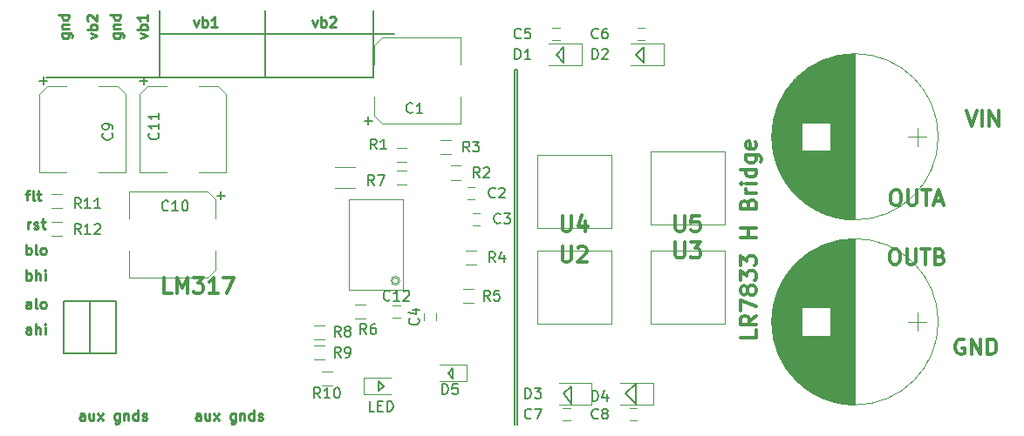
<source format=gbr>
G04 #@! TF.GenerationSoftware,KiCad,Pcbnew,5.0.0-rc2-dev-unknown-94c7809~62~ubuntu16.04.1*
G04 #@! TF.CreationDate,2018-03-26T01:26:19-07:00*
G04 #@! TF.ProjectId,LR7833_Bridge,4C52373833335F4272696467652E6B69,rev?*
G04 #@! TF.SameCoordinates,Original*
G04 #@! TF.FileFunction,Legend,Top*
G04 #@! TF.FilePolarity,Positive*
%FSLAX46Y46*%
G04 Gerber Fmt 4.6, Leading zero omitted, Abs format (unit mm)*
G04 Created by KiCad (PCBNEW 5.0.0-rc2-dev-unknown-94c7809~62~ubuntu16.04.1) date Mon Mar 26 01:26:19 2018*
%MOMM*%
%LPD*%
G01*
G04 APERTURE LIST*
%ADD10C,0.200000*%
%ADD11C,0.250000*%
%ADD12C,0.300000*%
%ADD13C,0.050000*%
%ADD14C,0.120000*%
%ADD15C,0.150000*%
%ADD16C,0.304800*%
G04 APERTURE END LIST*
D10*
X51750000Y35000000D02*
X51750000Y500000D01*
X52000000Y35000000D02*
X51750000Y35000000D01*
X52000000Y500000D02*
X52000000Y35000000D01*
D11*
X21214285Y922619D02*
X21214285Y1446428D01*
X21166666Y1541666D01*
X21071428Y1589285D01*
X20880952Y1589285D01*
X20785714Y1541666D01*
X21214285Y970238D02*
X21119047Y922619D01*
X20880952Y922619D01*
X20785714Y970238D01*
X20738095Y1065476D01*
X20738095Y1160714D01*
X20785714Y1255952D01*
X20880952Y1303571D01*
X21119047Y1303571D01*
X21214285Y1351190D01*
X22119047Y1589285D02*
X22119047Y922619D01*
X21690476Y1589285D02*
X21690476Y1065476D01*
X21738095Y970238D01*
X21833333Y922619D01*
X21976190Y922619D01*
X22071428Y970238D01*
X22119047Y1017857D01*
X22500000Y922619D02*
X23023809Y1589285D01*
X22500000Y1589285D02*
X23023809Y922619D01*
X24595238Y1589285D02*
X24595238Y779761D01*
X24547619Y684523D01*
X24500000Y636904D01*
X24404761Y589285D01*
X24261904Y589285D01*
X24166666Y636904D01*
X24595238Y970238D02*
X24500000Y922619D01*
X24309523Y922619D01*
X24214285Y970238D01*
X24166666Y1017857D01*
X24119047Y1113095D01*
X24119047Y1398809D01*
X24166666Y1494047D01*
X24214285Y1541666D01*
X24309523Y1589285D01*
X24500000Y1589285D01*
X24595238Y1541666D01*
X25071428Y1589285D02*
X25071428Y922619D01*
X25071428Y1494047D02*
X25119047Y1541666D01*
X25214285Y1589285D01*
X25357142Y1589285D01*
X25452380Y1541666D01*
X25500000Y1446428D01*
X25500000Y922619D01*
X26404761Y922619D02*
X26404761Y1922619D01*
X26404761Y970238D02*
X26309523Y922619D01*
X26119047Y922619D01*
X26023809Y970238D01*
X25976190Y1017857D01*
X25928571Y1113095D01*
X25928571Y1398809D01*
X25976190Y1494047D01*
X26023809Y1541666D01*
X26119047Y1589285D01*
X26309523Y1589285D01*
X26404761Y1541666D01*
X26833333Y970238D02*
X26928571Y922619D01*
X27119047Y922619D01*
X27214285Y970238D01*
X27261904Y1065476D01*
X27261904Y1113095D01*
X27214285Y1208333D01*
X27119047Y1255952D01*
X26976190Y1255952D01*
X26880952Y1303571D01*
X26833333Y1398809D01*
X26833333Y1446428D01*
X26880952Y1541666D01*
X26976190Y1589285D01*
X27119047Y1589285D01*
X27214285Y1541666D01*
X9964285Y922619D02*
X9964285Y1446428D01*
X9916666Y1541666D01*
X9821428Y1589285D01*
X9630952Y1589285D01*
X9535714Y1541666D01*
X9964285Y970238D02*
X9869047Y922619D01*
X9630952Y922619D01*
X9535714Y970238D01*
X9488095Y1065476D01*
X9488095Y1160714D01*
X9535714Y1255952D01*
X9630952Y1303571D01*
X9869047Y1303571D01*
X9964285Y1351190D01*
X10869047Y1589285D02*
X10869047Y922619D01*
X10440476Y1589285D02*
X10440476Y1065476D01*
X10488095Y970238D01*
X10583333Y922619D01*
X10726190Y922619D01*
X10821428Y970238D01*
X10869047Y1017857D01*
X11250000Y922619D02*
X11773809Y1589285D01*
X11250000Y1589285D02*
X11773809Y922619D01*
X13345238Y1589285D02*
X13345238Y779761D01*
X13297619Y684523D01*
X13250000Y636904D01*
X13154761Y589285D01*
X13011904Y589285D01*
X12916666Y636904D01*
X13345238Y970238D02*
X13250000Y922619D01*
X13059523Y922619D01*
X12964285Y970238D01*
X12916666Y1017857D01*
X12869047Y1113095D01*
X12869047Y1398809D01*
X12916666Y1494047D01*
X12964285Y1541666D01*
X13059523Y1589285D01*
X13250000Y1589285D01*
X13345238Y1541666D01*
X13821428Y1589285D02*
X13821428Y922619D01*
X13821428Y1494047D02*
X13869047Y1541666D01*
X13964285Y1589285D01*
X14107142Y1589285D01*
X14202380Y1541666D01*
X14250000Y1446428D01*
X14250000Y922619D01*
X15154761Y922619D02*
X15154761Y1922619D01*
X15154761Y970238D02*
X15059523Y922619D01*
X14869047Y922619D01*
X14773809Y970238D01*
X14726190Y1017857D01*
X14678571Y1113095D01*
X14678571Y1398809D01*
X14726190Y1494047D01*
X14773809Y1541666D01*
X14869047Y1589285D01*
X15059523Y1589285D01*
X15154761Y1541666D01*
X15583333Y970238D02*
X15678571Y922619D01*
X15869047Y922619D01*
X15964285Y970238D01*
X16011904Y1065476D01*
X16011904Y1113095D01*
X15964285Y1208333D01*
X15869047Y1255952D01*
X15726190Y1255952D01*
X15630952Y1303571D01*
X15583333Y1398809D01*
X15583333Y1446428D01*
X15630952Y1541666D01*
X15726190Y1589285D01*
X15869047Y1589285D01*
X15964285Y1541666D01*
D10*
X63500000Y2750000D02*
X63500000Y2500000D01*
X63500000Y4500000D02*
X63500000Y2750000D01*
X62500000Y3500000D02*
X63500000Y4500000D01*
X63500000Y2500000D02*
X62500000Y3500000D01*
X57250000Y2500000D02*
X56500000Y3500000D01*
X57250000Y4250000D02*
X57250000Y2500000D01*
X56500000Y3500000D02*
X57250000Y4250000D01*
X55750000Y36500000D02*
X56500000Y35750000D01*
X56500000Y37250000D02*
X55750000Y36500000D01*
X56500000Y35750000D02*
X56500000Y37250000D01*
X64250000Y35750000D02*
X64250000Y36000000D01*
X63500000Y36500000D02*
X64250000Y35750000D01*
X64250000Y37250000D02*
X63500000Y36500000D01*
X64250000Y36000000D02*
X64250000Y37250000D01*
X45250000Y5500000D02*
X45750000Y5000000D01*
X45750000Y6000000D02*
X45250000Y5500000D01*
X45750000Y5000000D02*
X45750000Y6000000D01*
X39000000Y4250000D02*
X38500000Y4750000D01*
X38500000Y3750000D02*
X39000000Y4250000D01*
X38500000Y4750000D02*
X38500000Y3750000D01*
X17250000Y34250000D02*
X6250000Y34250000D01*
X27500000Y34250000D02*
X17250000Y34250000D01*
X38000000Y38500000D02*
X38000000Y40750000D01*
X27500000Y38500000D02*
X38000000Y38500000D01*
X27500000Y38500000D02*
X27500000Y40750000D01*
X17250000Y38500000D02*
X17250000Y40750000D01*
D11*
X4773809Y9297619D02*
X4773809Y9821428D01*
X4726190Y9916666D01*
X4630952Y9964285D01*
X4440476Y9964285D01*
X4345238Y9916666D01*
X4773809Y9345238D02*
X4678571Y9297619D01*
X4440476Y9297619D01*
X4345238Y9345238D01*
X4297619Y9440476D01*
X4297619Y9535714D01*
X4345238Y9630952D01*
X4440476Y9678571D01*
X4678571Y9678571D01*
X4773809Y9726190D01*
X5250000Y9297619D02*
X5250000Y10297619D01*
X5678571Y9297619D02*
X5678571Y9821428D01*
X5630952Y9916666D01*
X5535714Y9964285D01*
X5392857Y9964285D01*
X5297619Y9916666D01*
X5250000Y9869047D01*
X6154761Y9297619D02*
X6154761Y9964285D01*
X6154761Y10297619D02*
X6107142Y10250000D01*
X6154761Y10202380D01*
X6202380Y10250000D01*
X6154761Y10297619D01*
X6154761Y10202380D01*
X4750000Y11797619D02*
X4750000Y12321428D01*
X4702380Y12416666D01*
X4607142Y12464285D01*
X4416666Y12464285D01*
X4321428Y12416666D01*
X4750000Y11845238D02*
X4654761Y11797619D01*
X4416666Y11797619D01*
X4321428Y11845238D01*
X4273809Y11940476D01*
X4273809Y12035714D01*
X4321428Y12130952D01*
X4416666Y12178571D01*
X4654761Y12178571D01*
X4750000Y12226190D01*
X5369047Y11797619D02*
X5273809Y11845238D01*
X5226190Y11940476D01*
X5226190Y12797619D01*
X5892857Y11797619D02*
X5797619Y11845238D01*
X5750000Y11892857D01*
X5702380Y11988095D01*
X5702380Y12273809D01*
X5750000Y12369047D01*
X5797619Y12416666D01*
X5892857Y12464285D01*
X6035714Y12464285D01*
X6130952Y12416666D01*
X6178571Y12369047D01*
X6226190Y12273809D01*
X6226190Y11988095D01*
X6178571Y11892857D01*
X6130952Y11845238D01*
X6035714Y11797619D01*
X5892857Y11797619D01*
X4345238Y14547619D02*
X4345238Y15547619D01*
X4345238Y15166666D02*
X4440476Y15214285D01*
X4630952Y15214285D01*
X4726190Y15166666D01*
X4773809Y15119047D01*
X4821428Y15023809D01*
X4821428Y14738095D01*
X4773809Y14642857D01*
X4726190Y14595238D01*
X4630952Y14547619D01*
X4440476Y14547619D01*
X4345238Y14595238D01*
X5250000Y14547619D02*
X5250000Y15547619D01*
X5678571Y14547619D02*
X5678571Y15071428D01*
X5630952Y15166666D01*
X5535714Y15214285D01*
X5392857Y15214285D01*
X5297619Y15166666D01*
X5250000Y15119047D01*
X6154761Y14547619D02*
X6154761Y15214285D01*
X6154761Y15547619D02*
X6107142Y15500000D01*
X6154761Y15452380D01*
X6202380Y15500000D01*
X6154761Y15547619D01*
X6154761Y15452380D01*
X4321428Y17047619D02*
X4321428Y18047619D01*
X4321428Y17666666D02*
X4416666Y17714285D01*
X4607142Y17714285D01*
X4702380Y17666666D01*
X4750000Y17619047D01*
X4797619Y17523809D01*
X4797619Y17238095D01*
X4750000Y17142857D01*
X4702380Y17095238D01*
X4607142Y17047619D01*
X4416666Y17047619D01*
X4321428Y17095238D01*
X5369047Y17047619D02*
X5273809Y17095238D01*
X5226190Y17190476D01*
X5226190Y18047619D01*
X5892857Y17047619D02*
X5797619Y17095238D01*
X5750000Y17142857D01*
X5702380Y17238095D01*
X5702380Y17523809D01*
X5750000Y17619047D01*
X5797619Y17666666D01*
X5892857Y17714285D01*
X6035714Y17714285D01*
X6130952Y17666666D01*
X6178571Y17619047D01*
X6226190Y17523809D01*
X6226190Y17238095D01*
X6178571Y17142857D01*
X6130952Y17095238D01*
X6035714Y17047619D01*
X5892857Y17047619D01*
D12*
X95357142Y8750000D02*
X95214285Y8821428D01*
X95000000Y8821428D01*
X94785714Y8750000D01*
X94642857Y8607142D01*
X94571428Y8464285D01*
X94500000Y8178571D01*
X94500000Y7964285D01*
X94571428Y7678571D01*
X94642857Y7535714D01*
X94785714Y7392857D01*
X95000000Y7321428D01*
X95142857Y7321428D01*
X95357142Y7392857D01*
X95428571Y7464285D01*
X95428571Y7964285D01*
X95142857Y7964285D01*
X96071428Y7321428D02*
X96071428Y8821428D01*
X96928571Y7321428D01*
X96928571Y8821428D01*
X97642857Y7321428D02*
X97642857Y8821428D01*
X98000000Y8821428D01*
X98214285Y8750000D01*
X98357142Y8607142D01*
X98428571Y8464285D01*
X98500000Y8178571D01*
X98500000Y7964285D01*
X98428571Y7678571D01*
X98357142Y7535714D01*
X98214285Y7392857D01*
X98000000Y7321428D01*
X97642857Y7321428D01*
X88500000Y17571428D02*
X88785714Y17571428D01*
X88928571Y17500000D01*
X89071428Y17357142D01*
X89142857Y17071428D01*
X89142857Y16571428D01*
X89071428Y16285714D01*
X88928571Y16142857D01*
X88785714Y16071428D01*
X88500000Y16071428D01*
X88357142Y16142857D01*
X88214285Y16285714D01*
X88142857Y16571428D01*
X88142857Y17071428D01*
X88214285Y17357142D01*
X88357142Y17500000D01*
X88500000Y17571428D01*
X89785714Y17571428D02*
X89785714Y16357142D01*
X89857142Y16214285D01*
X89928571Y16142857D01*
X90071428Y16071428D01*
X90357142Y16071428D01*
X90500000Y16142857D01*
X90571428Y16214285D01*
X90642857Y16357142D01*
X90642857Y17571428D01*
X91142857Y17571428D02*
X92000000Y17571428D01*
X91571428Y16071428D02*
X91571428Y17571428D01*
X93000000Y16857142D02*
X93214285Y16785714D01*
X93285714Y16714285D01*
X93357142Y16571428D01*
X93357142Y16357142D01*
X93285714Y16214285D01*
X93214285Y16142857D01*
X93071428Y16071428D01*
X92500000Y16071428D01*
X92500000Y17571428D01*
X93000000Y17571428D01*
X93142857Y17500000D01*
X93214285Y17428571D01*
X93285714Y17285714D01*
X93285714Y17142857D01*
X93214285Y17000000D01*
X93142857Y16928571D01*
X93000000Y16857142D01*
X92500000Y16857142D01*
X88607142Y23321428D02*
X88892857Y23321428D01*
X89035714Y23250000D01*
X89178571Y23107142D01*
X89250000Y22821428D01*
X89250000Y22321428D01*
X89178571Y22035714D01*
X89035714Y21892857D01*
X88892857Y21821428D01*
X88607142Y21821428D01*
X88464285Y21892857D01*
X88321428Y22035714D01*
X88250000Y22321428D01*
X88250000Y22821428D01*
X88321428Y23107142D01*
X88464285Y23250000D01*
X88607142Y23321428D01*
X89892857Y23321428D02*
X89892857Y22107142D01*
X89964285Y21964285D01*
X90035714Y21892857D01*
X90178571Y21821428D01*
X90464285Y21821428D01*
X90607142Y21892857D01*
X90678571Y21964285D01*
X90750000Y22107142D01*
X90750000Y23321428D01*
X91250000Y23321428D02*
X92107142Y23321428D01*
X91678571Y21821428D02*
X91678571Y23321428D01*
X92535714Y22250000D02*
X93250000Y22250000D01*
X92392857Y21821428D02*
X92892857Y23321428D01*
X93392857Y21821428D01*
X95607142Y31071428D02*
X96107142Y29571428D01*
X96607142Y31071428D01*
X97107142Y29571428D02*
X97107142Y31071428D01*
X97821428Y29571428D02*
X97821428Y31071428D01*
X98678571Y29571428D01*
X98678571Y31071428D01*
D11*
X32083333Y39839285D02*
X32321428Y39172619D01*
X32559523Y39839285D01*
X32940476Y39172619D02*
X32940476Y40172619D01*
X32940476Y39791666D02*
X33035714Y39839285D01*
X33226190Y39839285D01*
X33321428Y39791666D01*
X33369047Y39744047D01*
X33416666Y39648809D01*
X33416666Y39363095D01*
X33369047Y39267857D01*
X33321428Y39220238D01*
X33226190Y39172619D01*
X33035714Y39172619D01*
X32940476Y39220238D01*
X33797619Y40077380D02*
X33845238Y40125000D01*
X33940476Y40172619D01*
X34178571Y40172619D01*
X34273809Y40125000D01*
X34321428Y40077380D01*
X34369047Y39982142D01*
X34369047Y39886904D01*
X34321428Y39744047D01*
X33750000Y39172619D01*
X34369047Y39172619D01*
X20583333Y39839285D02*
X20821428Y39172619D01*
X21059523Y39839285D01*
X21440476Y39172619D02*
X21440476Y40172619D01*
X21440476Y39791666D02*
X21535714Y39839285D01*
X21726190Y39839285D01*
X21821428Y39791666D01*
X21869047Y39744047D01*
X21916666Y39648809D01*
X21916666Y39363095D01*
X21869047Y39267857D01*
X21821428Y39220238D01*
X21726190Y39172619D01*
X21535714Y39172619D01*
X21440476Y39220238D01*
X22869047Y39172619D02*
X22297619Y39172619D01*
X22583333Y39172619D02*
X22583333Y40172619D01*
X22488095Y40029761D01*
X22392857Y39934523D01*
X22297619Y39886904D01*
X4488095Y19547619D02*
X4488095Y20214285D01*
X4488095Y20023809D02*
X4535714Y20119047D01*
X4583333Y20166666D01*
X4678571Y20214285D01*
X4773809Y20214285D01*
X5059523Y19595238D02*
X5154761Y19547619D01*
X5345238Y19547619D01*
X5440476Y19595238D01*
X5488095Y19690476D01*
X5488095Y19738095D01*
X5440476Y19833333D01*
X5345238Y19880952D01*
X5202380Y19880952D01*
X5107142Y19928571D01*
X5059523Y20023809D01*
X5059523Y20071428D01*
X5107142Y20166666D01*
X5202380Y20214285D01*
X5345238Y20214285D01*
X5440476Y20166666D01*
X5773809Y20214285D02*
X6154761Y20214285D01*
X5916666Y20547619D02*
X5916666Y19690476D01*
X5964285Y19595238D01*
X6059523Y19547619D01*
X6154761Y19547619D01*
X4261904Y22964285D02*
X4642857Y22964285D01*
X4404761Y22297619D02*
X4404761Y23154761D01*
X4452380Y23250000D01*
X4547619Y23297619D01*
X4642857Y23297619D01*
X5119047Y22297619D02*
X5023809Y22345238D01*
X4976190Y22440476D01*
X4976190Y23297619D01*
X5357142Y22964285D02*
X5738095Y22964285D01*
X5500000Y23297619D02*
X5500000Y22440476D01*
X5547619Y22345238D01*
X5642857Y22297619D01*
X5738095Y22297619D01*
X15410714Y38083333D02*
X16077380Y38321428D01*
X15410714Y38559523D01*
X16077380Y38940476D02*
X15077380Y38940476D01*
X15458333Y38940476D02*
X15410714Y39035714D01*
X15410714Y39226190D01*
X15458333Y39321428D01*
X15505952Y39369047D01*
X15601190Y39416666D01*
X15886904Y39416666D01*
X15982142Y39369047D01*
X16029761Y39321428D01*
X16077380Y39226190D01*
X16077380Y39035714D01*
X16029761Y38940476D01*
X16077380Y40369047D02*
X16077380Y39797619D01*
X16077380Y40083333D02*
X15077380Y40083333D01*
X15220238Y39988095D01*
X15315476Y39892857D01*
X15363095Y39797619D01*
X10535714Y38083333D02*
X11202380Y38321428D01*
X10535714Y38559523D01*
X11202380Y38940476D02*
X10202380Y38940476D01*
X10583333Y38940476D02*
X10535714Y39035714D01*
X10535714Y39226190D01*
X10583333Y39321428D01*
X10630952Y39369047D01*
X10726190Y39416666D01*
X11011904Y39416666D01*
X11107142Y39369047D01*
X11154761Y39321428D01*
X11202380Y39226190D01*
X11202380Y39035714D01*
X11154761Y38940476D01*
X10297619Y39797619D02*
X10250000Y39845238D01*
X10202380Y39940476D01*
X10202380Y40178571D01*
X10250000Y40273809D01*
X10297619Y40321428D01*
X10392857Y40369047D01*
X10488095Y40369047D01*
X10630952Y40321428D01*
X11202380Y39750000D01*
X11202380Y40369047D01*
X12785714Y38559523D02*
X13595238Y38559523D01*
X13690476Y38511904D01*
X13738095Y38464285D01*
X13785714Y38369047D01*
X13785714Y38226190D01*
X13738095Y38130952D01*
X13404761Y38559523D02*
X13452380Y38464285D01*
X13452380Y38273809D01*
X13404761Y38178571D01*
X13357142Y38130952D01*
X13261904Y38083333D01*
X12976190Y38083333D01*
X12880952Y38130952D01*
X12833333Y38178571D01*
X12785714Y38273809D01*
X12785714Y38464285D01*
X12833333Y38559523D01*
X12785714Y39035714D02*
X13452380Y39035714D01*
X12880952Y39035714D02*
X12833333Y39083333D01*
X12785714Y39178571D01*
X12785714Y39321428D01*
X12833333Y39416666D01*
X12928571Y39464285D01*
X13452380Y39464285D01*
X13452380Y40369047D02*
X12452380Y40369047D01*
X13404761Y40369047D02*
X13452380Y40273809D01*
X13452380Y40083333D01*
X13404761Y39988095D01*
X13357142Y39940476D01*
X13261904Y39892857D01*
X12976190Y39892857D01*
X12880952Y39940476D01*
X12833333Y39988095D01*
X12785714Y40083333D01*
X12785714Y40273809D01*
X12833333Y40369047D01*
X7785714Y38559523D02*
X8595238Y38559523D01*
X8690476Y38511904D01*
X8738095Y38464285D01*
X8785714Y38369047D01*
X8785714Y38226190D01*
X8738095Y38130952D01*
X8404761Y38559523D02*
X8452380Y38464285D01*
X8452380Y38273809D01*
X8404761Y38178571D01*
X8357142Y38130952D01*
X8261904Y38083333D01*
X7976190Y38083333D01*
X7880952Y38130952D01*
X7833333Y38178571D01*
X7785714Y38273809D01*
X7785714Y38464285D01*
X7833333Y38559523D01*
X7785714Y39035714D02*
X8452380Y39035714D01*
X7880952Y39035714D02*
X7833333Y39083333D01*
X7785714Y39178571D01*
X7785714Y39321428D01*
X7833333Y39416666D01*
X7928571Y39464285D01*
X8452380Y39464285D01*
X8452380Y40369047D02*
X7452380Y40369047D01*
X8404761Y40369047D02*
X8452380Y40273809D01*
X8452380Y40083333D01*
X8404761Y39988095D01*
X8357142Y39940476D01*
X8261904Y39892857D01*
X7976190Y39892857D01*
X7880952Y39940476D01*
X7833333Y39988095D01*
X7785714Y40083333D01*
X7785714Y40273809D01*
X7833333Y40369047D01*
D10*
X38000000Y38500000D02*
X40000000Y38500000D01*
X38000000Y34250000D02*
X38000000Y38500000D01*
X27500000Y34250000D02*
X38000000Y34250000D01*
X27500000Y38500000D02*
X27500000Y34250000D01*
X17250000Y38500000D02*
X27500000Y38500000D01*
X17250000Y34250000D02*
X17250000Y38500000D01*
D13*
X61100000Y26700000D02*
X61100000Y19600000D01*
X53900000Y26700000D02*
X61100000Y26700000D01*
X53900000Y19600000D02*
X53900000Y26700000D01*
X61100000Y19600000D02*
X53900000Y19600000D01*
D14*
X38820000Y38190000D02*
X46440000Y38190000D01*
X38060000Y37430000D02*
X38820000Y38190000D01*
X38820000Y29810000D02*
X38060000Y30570000D01*
X46440000Y29810000D02*
X38820000Y29810000D01*
X46440000Y38190000D02*
X46440000Y35560000D01*
X46440000Y29810000D02*
X46440000Y32440000D01*
X38060000Y30570000D02*
X38060000Y32440000D01*
X38060000Y37430000D02*
X38060000Y35560000D01*
X47150000Y23600000D02*
X47850000Y23600000D01*
X47850000Y22400000D02*
X47150000Y22400000D01*
X48350000Y19900000D02*
X47650000Y19900000D01*
X47650000Y21100000D02*
X48350000Y21100000D01*
X42900000Y10650000D02*
X42900000Y11350000D01*
X44100000Y11350000D02*
X44100000Y10650000D01*
X56100000Y37900000D02*
X55400000Y37900000D01*
X55400000Y39100000D02*
X56100000Y39100000D01*
X64350000Y37900000D02*
X63650000Y37900000D01*
X63650000Y39100000D02*
X64350000Y39100000D01*
X56400000Y2100000D02*
X57100000Y2100000D01*
X57100000Y900000D02*
X56400000Y900000D01*
X62900000Y2100000D02*
X63600000Y2100000D01*
X63600000Y900000D02*
X62900000Y900000D01*
X13940000Y32680000D02*
X13940000Y25060000D01*
X13180000Y33440000D02*
X13940000Y32680000D01*
X5560000Y32680000D02*
X6320000Y33440000D01*
X5560000Y25060000D02*
X5560000Y32680000D01*
X13940000Y25060000D02*
X11310000Y25060000D01*
X5560000Y25060000D02*
X8190000Y25060000D01*
X6320000Y33440000D02*
X8190000Y33440000D01*
X13180000Y33440000D02*
X11310000Y33440000D01*
X22690000Y15570000D02*
X22690000Y17440000D01*
X22690000Y22430000D02*
X22690000Y20560000D01*
X14310000Y23190000D02*
X14310000Y20560000D01*
X14310000Y14810000D02*
X14310000Y17440000D01*
X14310000Y23190000D02*
X21930000Y23190000D01*
X21930000Y23190000D02*
X22690000Y22430000D01*
X22690000Y15570000D02*
X21930000Y14810000D01*
X21930000Y14810000D02*
X14310000Y14810000D01*
X22930000Y33440000D02*
X21060000Y33440000D01*
X16070000Y33440000D02*
X17940000Y33440000D01*
X15310000Y25060000D02*
X17940000Y25060000D01*
X23690000Y25060000D02*
X21060000Y25060000D01*
X15310000Y25060000D02*
X15310000Y32680000D01*
X15310000Y32680000D02*
X16070000Y33440000D01*
X22930000Y33440000D02*
X23690000Y32680000D01*
X23690000Y32680000D02*
X23690000Y25060000D01*
X40599999Y10900000D02*
X39900001Y10900000D01*
X39900001Y12100000D02*
X40599999Y12100000D01*
X34250000Y23480000D02*
X36250000Y23480000D01*
X36250000Y25520000D02*
X34250000Y25520000D01*
X58200000Y37560000D02*
X55000000Y37560000D01*
X55000000Y35440000D02*
X58200000Y35440000D01*
X58200000Y35440000D02*
X58200000Y37560000D01*
X66200000Y37560000D02*
X63000000Y37560000D01*
X63000000Y35440000D02*
X66200000Y35440000D01*
X66200000Y35440000D02*
X66200000Y37560000D01*
X59200000Y2440000D02*
X59200000Y4560000D01*
X56000000Y2440000D02*
X59200000Y2440000D01*
X59200000Y4560000D02*
X56000000Y4560000D01*
X65200000Y4560000D02*
X62000000Y4560000D01*
X62000000Y2440000D02*
X65200000Y2440000D01*
X65200000Y2440000D02*
X65200000Y4560000D01*
X47050000Y4700000D02*
X44450000Y4700000D01*
X47050000Y6300000D02*
X44450000Y6300000D01*
X47050000Y4700000D02*
X47050000Y6300000D01*
X37100000Y5050000D02*
X37100000Y3450000D01*
X37100000Y3450000D02*
X39700000Y3450000D01*
X37100000Y5050000D02*
X39700000Y5050000D01*
X90800000Y27599999D02*
X90800000Y29400001D01*
X91700000Y28500000D02*
X89899999Y28500000D01*
X76669000Y28137000D02*
X76669000Y28863000D01*
X76709000Y27641000D02*
X76709000Y29359000D01*
X76749000Y27336000D02*
X76749000Y29664000D01*
X76789000Y27094999D02*
X76789000Y29905001D01*
X76829000Y26890000D02*
X76829000Y30110000D01*
X76869000Y26708000D02*
X76869000Y30292000D01*
X76909000Y26544000D02*
X76909000Y30456000D01*
X76949001Y26393000D02*
X76949001Y30607000D01*
X76989000Y26252000D02*
X76989000Y30748000D01*
X77029000Y26121000D02*
X77029000Y30879000D01*
X77069000Y25997000D02*
X77069000Y31003000D01*
X77109000Y25879000D02*
X77109000Y31121000D01*
X77149000Y25767000D02*
X77149000Y31233000D01*
X77189000Y25659000D02*
X77189000Y31341000D01*
X77229000Y25557000D02*
X77229000Y31443000D01*
X77269000Y25458000D02*
X77269000Y31542000D01*
X77309000Y25362000D02*
X77309000Y31638000D01*
X77349000Y25270000D02*
X77349000Y31730000D01*
X77389000Y25181000D02*
X77389000Y31819000D01*
X77429000Y25095000D02*
X77429000Y31905000D01*
X77469001Y25011000D02*
X77469001Y31989000D01*
X77509000Y24930000D02*
X77509000Y32070000D01*
X77549000Y24851000D02*
X77549000Y32149000D01*
X77589000Y24774000D02*
X77589000Y32226000D01*
X77629000Y24698000D02*
X77629000Y32302000D01*
X77669000Y24625000D02*
X77669000Y32375000D01*
X77709000Y24554000D02*
X77709000Y32446000D01*
X77749000Y24484000D02*
X77749000Y32516000D01*
X77789000Y24416000D02*
X77789000Y32584000D01*
X77829000Y24349000D02*
X77829000Y32651000D01*
X77869000Y24283000D02*
X77869000Y32717000D01*
X77909000Y24219000D02*
X77909000Y32781000D01*
X77949000Y24157000D02*
X77949000Y32843000D01*
X77989000Y24095000D02*
X77989000Y32905000D01*
X78029000Y24035000D02*
X78029000Y32965000D01*
X78069000Y23976000D02*
X78069000Y33024000D01*
X78109000Y23918000D02*
X78109000Y33082000D01*
X78149000Y23861000D02*
X78149000Y33139000D01*
X78189000Y23805000D02*
X78189000Y33195000D01*
X78229000Y23750000D02*
X78229000Y33250000D01*
X78269000Y23696001D02*
X78269000Y33303999D01*
X78309000Y23643000D02*
X78309000Y33357000D01*
X78349000Y23591000D02*
X78349000Y33409000D01*
X78389000Y23540000D02*
X78389000Y33460000D01*
X78429001Y23489000D02*
X78429001Y33511000D01*
X78469000Y23440000D02*
X78469000Y33560000D01*
X78509000Y23391000D02*
X78509000Y33609000D01*
X78549000Y23343000D02*
X78549000Y33657000D01*
X78589000Y23295000D02*
X78589000Y33705000D01*
X78629000Y23249000D02*
X78629000Y33751000D01*
X78669000Y23203000D02*
X78669000Y33797000D01*
X78709000Y23157000D02*
X78709000Y33843000D01*
X78749000Y23113000D02*
X78749000Y33887000D01*
X78789000Y23069000D02*
X78789000Y33931000D01*
X78829000Y23026000D02*
X78829000Y33974000D01*
X78869000Y22982999D02*
X78869000Y34017001D01*
X78908999Y22941000D02*
X78908999Y34059000D01*
X78949000Y22900000D02*
X78949000Y34100000D01*
X78989000Y22859000D02*
X78989000Y34141000D01*
X79029000Y22819000D02*
X79029000Y34181000D01*
X79069000Y22779000D02*
X79069000Y34221000D01*
X79109000Y22740000D02*
X79109000Y34260000D01*
X79149000Y22701000D02*
X79149000Y34299000D01*
X79189000Y22663000D02*
X79189000Y34337000D01*
X79229000Y22625000D02*
X79229000Y34375000D01*
X79269000Y22588000D02*
X79269000Y34412000D01*
X79309000Y22551999D02*
X79309000Y34448001D01*
X79349000Y22516000D02*
X79349000Y34484000D01*
X79389000Y22480000D02*
X79389000Y34520000D01*
X79429000Y22445000D02*
X79429000Y34555000D01*
X79469000Y22410000D02*
X79469000Y34590000D01*
X79509000Y22376000D02*
X79509000Y34624000D01*
X79549000Y22342000D02*
X79549000Y34658000D01*
X79589000Y22308999D02*
X79589000Y34691001D01*
X79629000Y29880000D02*
X79629000Y34724000D01*
X79629000Y22276000D02*
X79629000Y27120000D01*
X79669000Y29879999D02*
X79669000Y34757000D01*
X79669000Y22243000D02*
X79669000Y27120001D01*
X79709000Y29880000D02*
X79709000Y34789000D01*
X79709000Y22211000D02*
X79709000Y27120000D01*
X79749000Y29880000D02*
X79749000Y34819999D01*
X79749000Y22180001D02*
X79749000Y27120000D01*
X79789000Y29880000D02*
X79789000Y34852000D01*
X79789000Y22148000D02*
X79789000Y27120000D01*
X79829000Y29879999D02*
X79829001Y34882000D01*
X79829001Y22118000D02*
X79829000Y27120001D01*
X79869000Y29880000D02*
X79869000Y34913000D01*
X79869000Y22087000D02*
X79869000Y27120000D01*
X79909000Y29880000D02*
X79909001Y34943000D01*
X79909001Y22057000D02*
X79909000Y27120000D01*
X79949000Y29879999D02*
X79949000Y34973000D01*
X79949000Y22027000D02*
X79949000Y27120001D01*
X79989000Y29880000D02*
X79989000Y35002000D01*
X79989000Y21998000D02*
X79989000Y27120000D01*
X80029000Y29880000D02*
X80029000Y35031000D01*
X80029000Y21969000D02*
X80029000Y27120000D01*
X80069000Y29880000D02*
X80069000Y35059000D01*
X80069000Y21941000D02*
X80069000Y27120000D01*
X80109000Y29879999D02*
X80109000Y35087999D01*
X80109000Y21912001D02*
X80109000Y27120001D01*
X80149000Y29880000D02*
X80149000Y35115000D01*
X80149000Y21885000D02*
X80149000Y27120000D01*
X80189000Y29880000D02*
X80189000Y35143000D01*
X80189000Y21857000D02*
X80189000Y27120000D01*
X80229000Y29880000D02*
X80229000Y35170000D01*
X80229000Y21830000D02*
X80229000Y27120000D01*
X80269000Y29879999D02*
X80269000Y35197000D01*
X80269000Y21803000D02*
X80269000Y27120001D01*
X80309000Y29880000D02*
X80308999Y35223000D01*
X80308999Y21777000D02*
X80309000Y27120000D01*
X80349000Y29880000D02*
X80349000Y35249000D01*
X80349000Y21751000D02*
X80349000Y27120000D01*
X80389000Y29879999D02*
X80388999Y35275000D01*
X80388999Y21725000D02*
X80389000Y27120001D01*
X80429000Y29880000D02*
X80429000Y35301000D01*
X80429000Y21699000D02*
X80429000Y27120000D01*
X80469000Y29880000D02*
X80469000Y35325999D01*
X80469000Y21674001D02*
X80469000Y27120000D01*
X80509000Y29880000D02*
X80509000Y35350000D01*
X80509000Y21650000D02*
X80509000Y27120000D01*
X80549000Y29879999D02*
X80549000Y35375000D01*
X80549000Y21625000D02*
X80549000Y27120001D01*
X80589000Y29880000D02*
X80589000Y35399000D01*
X80589000Y21601000D02*
X80589000Y27120000D01*
X80629000Y29880000D02*
X80629000Y35423000D01*
X80629000Y21577000D02*
X80629000Y27120000D01*
X80669000Y29880000D02*
X80669000Y35446000D01*
X80669000Y21554000D02*
X80669000Y27120000D01*
X80709000Y29879999D02*
X80709000Y35470000D01*
X80709000Y21530000D02*
X80709000Y27120001D01*
X80749000Y29880000D02*
X80749000Y35492000D01*
X80749000Y21508000D02*
X80749000Y27120000D01*
X80789000Y29880000D02*
X80789001Y35515000D01*
X80789001Y21485000D02*
X80789000Y27120000D01*
X80829000Y29879999D02*
X80828999Y35537000D01*
X80828999Y21463000D02*
X80829000Y27120001D01*
X80869000Y29880000D02*
X80869000Y35559000D01*
X80869000Y21441000D02*
X80869000Y27120000D01*
X80909000Y29880000D02*
X80909000Y35581001D01*
X80909000Y21418999D02*
X80909000Y27120000D01*
X80949000Y29880000D02*
X80949000Y35602000D01*
X80949000Y21398000D02*
X80949000Y27120000D01*
X80989000Y29879999D02*
X80989000Y35624000D01*
X80989000Y21376000D02*
X80989000Y27120001D01*
X81029000Y29880000D02*
X81029000Y35644000D01*
X81029000Y21356000D02*
X81029000Y27120000D01*
X81069000Y29880000D02*
X81069000Y35665001D01*
X81069000Y21334999D02*
X81069000Y27120000D01*
X81109000Y29880000D02*
X81109000Y35685000D01*
X81109000Y21315000D02*
X81109000Y27120000D01*
X81149000Y29879999D02*
X81149000Y35704999D01*
X81149000Y21295001D02*
X81149000Y27120001D01*
X81189000Y29880000D02*
X81189000Y35725000D01*
X81189000Y21275000D02*
X81189000Y27120000D01*
X81229000Y29880000D02*
X81229000Y35745000D01*
X81229000Y21255000D02*
X81229000Y27120000D01*
X81269000Y29879999D02*
X81269000Y35764000D01*
X81269000Y21236000D02*
X81269000Y27120001D01*
X81309000Y29879999D02*
X81309000Y35783000D01*
X81309000Y21217000D02*
X81309000Y27120001D01*
X81349000Y29880000D02*
X81349000Y35801000D01*
X81349000Y21199000D02*
X81349000Y27120000D01*
X81389000Y29880000D02*
X81389000Y35820000D01*
X81389000Y21180000D02*
X81389000Y27120000D01*
X81429000Y29879999D02*
X81429000Y35838001D01*
X81429000Y21161999D02*
X81429000Y27120001D01*
X81469000Y29880000D02*
X81469000Y35856000D01*
X81469000Y21144000D02*
X81469000Y27120000D01*
X81509000Y29880000D02*
X81509000Y35873000D01*
X81509000Y21127000D02*
X81509000Y27120000D01*
X81549000Y29880000D02*
X81549000Y35891000D01*
X81549000Y21109000D02*
X81549000Y27120000D01*
X81589000Y29879999D02*
X81589000Y35908000D01*
X81589000Y21092000D02*
X81589000Y27120001D01*
X81629000Y29880000D02*
X81629000Y35925000D01*
X81629000Y21075000D02*
X81629000Y27120000D01*
X81669000Y29880000D02*
X81669000Y35941000D01*
X81669000Y21059000D02*
X81669000Y27120000D01*
X81709000Y29880000D02*
X81709000Y35958000D01*
X81709000Y21042000D02*
X81709000Y27120000D01*
X81749000Y29879999D02*
X81749000Y35974000D01*
X81749000Y21026000D02*
X81749000Y27120001D01*
X81789000Y29880000D02*
X81789000Y35990000D01*
X81789000Y21010000D02*
X81789000Y27120000D01*
X81829000Y29880000D02*
X81829000Y36005000D01*
X81829000Y20995000D02*
X81829000Y27120000D01*
X81869000Y29879999D02*
X81869000Y36021000D01*
X81869000Y20979000D02*
X81869000Y27120001D01*
X81909000Y29880000D02*
X81909000Y36036000D01*
X81909000Y20964000D02*
X81909000Y27120000D01*
X81949000Y29880000D02*
X81949000Y36050000D01*
X81949000Y20950000D02*
X81949000Y27120000D01*
X81989000Y29880000D02*
X81989000Y36065000D01*
X81989000Y20935000D02*
X81989000Y27120000D01*
X82029000Y29879999D02*
X82029000Y36079999D01*
X82029000Y20920001D02*
X82029000Y27120001D01*
X82069000Y29880000D02*
X82069000Y36094000D01*
X82069000Y20906000D02*
X82069000Y27120000D01*
X82109000Y29880000D02*
X82109000Y36108000D01*
X82109000Y20892000D02*
X82109000Y27120000D01*
X82149000Y29880000D02*
X82149000Y36121000D01*
X82149000Y20879000D02*
X82149000Y27120000D01*
X82189000Y29879999D02*
X82189000Y36135000D01*
X82189000Y20865000D02*
X82189000Y27120001D01*
X82229000Y29880000D02*
X82229000Y36148000D01*
X82229000Y20852000D02*
X82229000Y27120000D01*
X82269000Y29880000D02*
X82269001Y36161000D01*
X82269001Y20839000D02*
X82269000Y27120000D01*
X82309000Y29879999D02*
X82308999Y36174000D01*
X82308999Y20826000D02*
X82309000Y27120001D01*
X82349000Y29880000D02*
X82349000Y36186000D01*
X82349000Y20814000D02*
X82349000Y27120000D01*
X82389000Y20800999D02*
X82389000Y36199001D01*
X82429000Y20789000D02*
X82429000Y36211000D01*
X82469000Y20777000D02*
X82469000Y36223000D01*
X82509000Y20766000D02*
X82509000Y36234000D01*
X82549000Y20753999D02*
X82549000Y36246001D01*
X82589000Y20743000D02*
X82589000Y36257000D01*
X82629001Y20732000D02*
X82629001Y36268000D01*
X82669000Y20721000D02*
X82669000Y36279000D01*
X82709000Y20711000D02*
X82709000Y36289000D01*
X82749000Y20701000D02*
X82749000Y36299000D01*
X82789000Y20691000D02*
X82789000Y36309000D01*
X82829000Y20681001D02*
X82829000Y36318999D01*
X82869000Y20671000D02*
X82869000Y36329000D01*
X82909000Y20662000D02*
X82909000Y36338000D01*
X82949000Y20652000D02*
X82949000Y36348000D01*
X82989001Y20643000D02*
X82989001Y36357000D01*
X83029000Y20634000D02*
X83029000Y36366000D01*
X83069000Y20626000D02*
X83069000Y36374000D01*
X83109000Y20617000D02*
X83109000Y36383000D01*
X83149000Y20609000D02*
X83149000Y36391000D01*
X83188999Y20601000D02*
X83188999Y36399000D01*
X83229000Y20594000D02*
X83229000Y36406000D01*
X83268999Y20586000D02*
X83268999Y36414000D01*
X83309000Y20579000D02*
X83309000Y36421000D01*
X83349000Y20571999D02*
X83349000Y36428001D01*
X83389000Y20565000D02*
X83389000Y36435000D01*
X83429000Y20557999D02*
X83429000Y36442001D01*
X83469000Y20551000D02*
X83469000Y36449000D01*
X83509000Y20545001D02*
X83509000Y36454999D01*
X83549000Y20539000D02*
X83549000Y36461000D01*
X83589000Y20533000D02*
X83589000Y36467000D01*
X83629000Y20527001D02*
X83629000Y36472999D01*
X83669000Y20522000D02*
X83669000Y36478000D01*
X83709000Y20517000D02*
X83709000Y36483000D01*
X83749000Y20512000D02*
X83749000Y36488000D01*
X83788999Y20507000D02*
X83788999Y36493000D01*
X83829000Y20502000D02*
X83829000Y36498000D01*
X83869000Y20498000D02*
X83869000Y36502000D01*
X83909000Y20493000D02*
X83909000Y36507000D01*
X83949000Y20489001D02*
X83949000Y36510999D01*
X83989000Y20485000D02*
X83989000Y36515000D01*
X84029000Y20482000D02*
X84029000Y36518000D01*
X84070000Y20477999D02*
X84070000Y36522001D01*
X84110000Y20475000D02*
X84110000Y36525000D01*
X84150000Y20472000D02*
X84150000Y36528000D01*
X84190000Y20469000D02*
X84190000Y36531000D01*
X84230000Y20466000D02*
X84230000Y36534000D01*
X84270000Y20464000D02*
X84270000Y36536000D01*
X84310000Y20461000D02*
X84310000Y36539000D01*
X84349999Y20459000D02*
X84349999Y36541000D01*
X84390000Y20458000D02*
X84390000Y36542000D01*
X84429999Y20456000D02*
X84429999Y36544000D01*
X84470000Y20454000D02*
X84470000Y36546000D01*
X84510000Y20453000D02*
X84510000Y36547000D01*
X84550000Y20452000D02*
X84550000Y36548000D01*
X84590000Y20451000D02*
X84590000Y36549000D01*
X84630000Y20450000D02*
X84630000Y36550000D01*
X84670000Y20449999D02*
X84670000Y36550001D01*
X84710000Y20450000D02*
X84710000Y36550000D01*
X84750000Y20449000D02*
X84750000Y36551000D01*
X92840002Y28500000D02*
G75*
G03X92840002Y28500000I-8090001J0D01*
G01*
X92840002Y10500000D02*
G75*
G03X92840002Y10500000I-8090001J0D01*
G01*
X84750000Y2449000D02*
X84750000Y18551000D01*
X84710000Y2450000D02*
X84710000Y18550000D01*
X84670000Y2449999D02*
X84670000Y18550001D01*
X84630000Y2450000D02*
X84630000Y18550000D01*
X84590000Y2451000D02*
X84590000Y18549000D01*
X84550000Y2452000D02*
X84550000Y18548000D01*
X84510000Y2453000D02*
X84510000Y18547000D01*
X84470000Y2454000D02*
X84470000Y18546000D01*
X84429999Y2456000D02*
X84429999Y18544000D01*
X84390000Y2458000D02*
X84390000Y18542000D01*
X84349999Y2459000D02*
X84349999Y18541000D01*
X84310000Y2461000D02*
X84310000Y18539000D01*
X84270000Y2464000D02*
X84270000Y18536000D01*
X84230000Y2466000D02*
X84230000Y18534000D01*
X84190000Y2469000D02*
X84190000Y18531000D01*
X84150000Y2472000D02*
X84150000Y18528000D01*
X84110000Y2475000D02*
X84110000Y18525000D01*
X84070000Y2477999D02*
X84070000Y18522001D01*
X84029000Y2482000D02*
X84029000Y18518000D01*
X83989000Y2485000D02*
X83989000Y18515000D01*
X83949000Y2489001D02*
X83949000Y18510999D01*
X83909000Y2493000D02*
X83909000Y18507000D01*
X83869000Y2498000D02*
X83869000Y18502000D01*
X83829000Y2502000D02*
X83829000Y18498000D01*
X83788999Y2507000D02*
X83788999Y18493000D01*
X83749000Y2512000D02*
X83749000Y18488000D01*
X83709000Y2517000D02*
X83709000Y18483000D01*
X83669000Y2522000D02*
X83669000Y18478000D01*
X83629000Y2527001D02*
X83629000Y18472999D01*
X83589000Y2533000D02*
X83589000Y18467000D01*
X83549000Y2539000D02*
X83549000Y18461000D01*
X83509000Y2545001D02*
X83509000Y18454999D01*
X83469000Y2551000D02*
X83469000Y18449000D01*
X83429000Y2557999D02*
X83429000Y18442001D01*
X83389000Y2565000D02*
X83389000Y18435000D01*
X83349000Y2571999D02*
X83349000Y18428001D01*
X83309000Y2579000D02*
X83309000Y18421000D01*
X83268999Y2586000D02*
X83268999Y18414000D01*
X83229000Y2594000D02*
X83229000Y18406000D01*
X83188999Y2601000D02*
X83188999Y18399000D01*
X83149000Y2609000D02*
X83149000Y18391000D01*
X83109000Y2617000D02*
X83109000Y18383000D01*
X83069000Y2626000D02*
X83069000Y18374000D01*
X83029000Y2634000D02*
X83029000Y18366000D01*
X82989001Y2643000D02*
X82989001Y18357000D01*
X82949000Y2652000D02*
X82949000Y18348000D01*
X82909000Y2662000D02*
X82909000Y18338000D01*
X82869000Y2671000D02*
X82869000Y18329000D01*
X82829000Y2681001D02*
X82829000Y18318999D01*
X82789000Y2691000D02*
X82789000Y18309000D01*
X82749000Y2701000D02*
X82749000Y18299000D01*
X82709000Y2711000D02*
X82709000Y18289000D01*
X82669000Y2721000D02*
X82669000Y18279000D01*
X82629001Y2732000D02*
X82629001Y18268000D01*
X82589000Y2743000D02*
X82589000Y18257000D01*
X82549000Y2753999D02*
X82549000Y18246001D01*
X82509000Y2766000D02*
X82509000Y18234000D01*
X82469000Y2777000D02*
X82469000Y18223000D01*
X82429000Y2789000D02*
X82429000Y18211000D01*
X82389000Y2800999D02*
X82389000Y18199001D01*
X82349000Y2814000D02*
X82349000Y9120000D01*
X82349000Y11880000D02*
X82349000Y18186000D01*
X82308999Y2826000D02*
X82309000Y9120001D01*
X82309000Y11879999D02*
X82308999Y18174000D01*
X82269001Y2839000D02*
X82269000Y9120000D01*
X82269000Y11880000D02*
X82269001Y18161000D01*
X82229000Y2852000D02*
X82229000Y9120000D01*
X82229000Y11880000D02*
X82229000Y18148000D01*
X82189000Y2865000D02*
X82189000Y9120001D01*
X82189000Y11879999D02*
X82189000Y18135000D01*
X82149000Y2879000D02*
X82149000Y9120000D01*
X82149000Y11880000D02*
X82149000Y18121000D01*
X82109000Y2892000D02*
X82109000Y9120000D01*
X82109000Y11880000D02*
X82109000Y18108000D01*
X82069000Y2906000D02*
X82069000Y9120000D01*
X82069000Y11880000D02*
X82069000Y18094000D01*
X82029000Y2920001D02*
X82029000Y9120001D01*
X82029000Y11879999D02*
X82029000Y18079999D01*
X81989000Y2935000D02*
X81989000Y9120000D01*
X81989000Y11880000D02*
X81989000Y18065000D01*
X81949000Y2950000D02*
X81949000Y9120000D01*
X81949000Y11880000D02*
X81949000Y18050000D01*
X81909000Y2964000D02*
X81909000Y9120000D01*
X81909000Y11880000D02*
X81909000Y18036000D01*
X81869000Y2979000D02*
X81869000Y9120001D01*
X81869000Y11879999D02*
X81869000Y18021000D01*
X81829000Y2995000D02*
X81829000Y9120000D01*
X81829000Y11880000D02*
X81829000Y18005000D01*
X81789000Y3010000D02*
X81789000Y9120000D01*
X81789000Y11880000D02*
X81789000Y17990000D01*
X81749000Y3026000D02*
X81749000Y9120001D01*
X81749000Y11879999D02*
X81749000Y17974000D01*
X81709000Y3042000D02*
X81709000Y9120000D01*
X81709000Y11880000D02*
X81709000Y17958000D01*
X81669000Y3059000D02*
X81669000Y9120000D01*
X81669000Y11880000D02*
X81669000Y17941000D01*
X81629000Y3075000D02*
X81629000Y9120000D01*
X81629000Y11880000D02*
X81629000Y17925000D01*
X81589000Y3092000D02*
X81589000Y9120001D01*
X81589000Y11879999D02*
X81589000Y17908000D01*
X81549000Y3109000D02*
X81549000Y9120000D01*
X81549000Y11880000D02*
X81549000Y17891000D01*
X81509000Y3127000D02*
X81509000Y9120000D01*
X81509000Y11880000D02*
X81509000Y17873000D01*
X81469000Y3144000D02*
X81469000Y9120000D01*
X81469000Y11880000D02*
X81469000Y17856000D01*
X81429000Y3161999D02*
X81429000Y9120001D01*
X81429000Y11879999D02*
X81429000Y17838001D01*
X81389000Y3180000D02*
X81389000Y9120000D01*
X81389000Y11880000D02*
X81389000Y17820000D01*
X81349000Y3199000D02*
X81349000Y9120000D01*
X81349000Y11880000D02*
X81349000Y17801000D01*
X81309000Y3217000D02*
X81309000Y9120001D01*
X81309000Y11879999D02*
X81309000Y17783000D01*
X81269000Y3236000D02*
X81269000Y9120001D01*
X81269000Y11879999D02*
X81269000Y17764000D01*
X81229000Y3255000D02*
X81229000Y9120000D01*
X81229000Y11880000D02*
X81229000Y17745000D01*
X81189000Y3275000D02*
X81189000Y9120000D01*
X81189000Y11880000D02*
X81189000Y17725000D01*
X81149000Y3295001D02*
X81149000Y9120001D01*
X81149000Y11879999D02*
X81149000Y17704999D01*
X81109000Y3315000D02*
X81109000Y9120000D01*
X81109000Y11880000D02*
X81109000Y17685000D01*
X81069000Y3334999D02*
X81069000Y9120000D01*
X81069000Y11880000D02*
X81069000Y17665001D01*
X81029000Y3356000D02*
X81029000Y9120000D01*
X81029000Y11880000D02*
X81029000Y17644000D01*
X80989000Y3376000D02*
X80989000Y9120001D01*
X80989000Y11879999D02*
X80989000Y17624000D01*
X80949000Y3398000D02*
X80949000Y9120000D01*
X80949000Y11880000D02*
X80949000Y17602000D01*
X80909000Y3418999D02*
X80909000Y9120000D01*
X80909000Y11880000D02*
X80909000Y17581001D01*
X80869000Y3441000D02*
X80869000Y9120000D01*
X80869000Y11880000D02*
X80869000Y17559000D01*
X80828999Y3463000D02*
X80829000Y9120001D01*
X80829000Y11879999D02*
X80828999Y17537000D01*
X80789001Y3485000D02*
X80789000Y9120000D01*
X80789000Y11880000D02*
X80789001Y17515000D01*
X80749000Y3508000D02*
X80749000Y9120000D01*
X80749000Y11880000D02*
X80749000Y17492000D01*
X80709000Y3530000D02*
X80709000Y9120001D01*
X80709000Y11879999D02*
X80709000Y17470000D01*
X80669000Y3554000D02*
X80669000Y9120000D01*
X80669000Y11880000D02*
X80669000Y17446000D01*
X80629000Y3577000D02*
X80629000Y9120000D01*
X80629000Y11880000D02*
X80629000Y17423000D01*
X80589000Y3601000D02*
X80589000Y9120000D01*
X80589000Y11880000D02*
X80589000Y17399000D01*
X80549000Y3625000D02*
X80549000Y9120001D01*
X80549000Y11879999D02*
X80549000Y17375000D01*
X80509000Y3650000D02*
X80509000Y9120000D01*
X80509000Y11880000D02*
X80509000Y17350000D01*
X80469000Y3674001D02*
X80469000Y9120000D01*
X80469000Y11880000D02*
X80469000Y17325999D01*
X80429000Y3699000D02*
X80429000Y9120000D01*
X80429000Y11880000D02*
X80429000Y17301000D01*
X80388999Y3725000D02*
X80389000Y9120001D01*
X80389000Y11879999D02*
X80388999Y17275000D01*
X80349000Y3751000D02*
X80349000Y9120000D01*
X80349000Y11880000D02*
X80349000Y17249000D01*
X80308999Y3777000D02*
X80309000Y9120000D01*
X80309000Y11880000D02*
X80308999Y17223000D01*
X80269000Y3803000D02*
X80269000Y9120001D01*
X80269000Y11879999D02*
X80269000Y17197000D01*
X80229000Y3830000D02*
X80229000Y9120000D01*
X80229000Y11880000D02*
X80229000Y17170000D01*
X80189000Y3857000D02*
X80189000Y9120000D01*
X80189000Y11880000D02*
X80189000Y17143000D01*
X80149000Y3885000D02*
X80149000Y9120000D01*
X80149000Y11880000D02*
X80149000Y17115000D01*
X80109000Y3912001D02*
X80109000Y9120001D01*
X80109000Y11879999D02*
X80109000Y17087999D01*
X80069000Y3941000D02*
X80069000Y9120000D01*
X80069000Y11880000D02*
X80069000Y17059000D01*
X80029000Y3969000D02*
X80029000Y9120000D01*
X80029000Y11880000D02*
X80029000Y17031000D01*
X79989000Y3998000D02*
X79989000Y9120000D01*
X79989000Y11880000D02*
X79989000Y17002000D01*
X79949000Y4027000D02*
X79949000Y9120001D01*
X79949000Y11879999D02*
X79949000Y16973000D01*
X79909001Y4057000D02*
X79909000Y9120000D01*
X79909000Y11880000D02*
X79909001Y16943000D01*
X79869000Y4087000D02*
X79869000Y9120000D01*
X79869000Y11880000D02*
X79869000Y16913000D01*
X79829001Y4118000D02*
X79829000Y9120001D01*
X79829000Y11879999D02*
X79829001Y16882000D01*
X79789000Y4148000D02*
X79789000Y9120000D01*
X79789000Y11880000D02*
X79789000Y16852000D01*
X79749000Y4180001D02*
X79749000Y9120000D01*
X79749000Y11880000D02*
X79749000Y16819999D01*
X79709000Y4211000D02*
X79709000Y9120000D01*
X79709000Y11880000D02*
X79709000Y16789000D01*
X79669000Y4243000D02*
X79669000Y9120001D01*
X79669000Y11879999D02*
X79669000Y16757000D01*
X79629000Y4276000D02*
X79629000Y9120000D01*
X79629000Y11880000D02*
X79629000Y16724000D01*
X79589000Y4308999D02*
X79589000Y16691001D01*
X79549000Y4342000D02*
X79549000Y16658000D01*
X79509000Y4376000D02*
X79509000Y16624000D01*
X79469000Y4410000D02*
X79469000Y16590000D01*
X79429000Y4445000D02*
X79429000Y16555000D01*
X79389000Y4480000D02*
X79389000Y16520000D01*
X79349000Y4516000D02*
X79349000Y16484000D01*
X79309000Y4551999D02*
X79309000Y16448001D01*
X79269000Y4588000D02*
X79269000Y16412000D01*
X79229000Y4625000D02*
X79229000Y16375000D01*
X79189000Y4663000D02*
X79189000Y16337000D01*
X79149000Y4701000D02*
X79149000Y16299000D01*
X79109000Y4740000D02*
X79109000Y16260000D01*
X79069000Y4779000D02*
X79069000Y16221000D01*
X79029000Y4819000D02*
X79029000Y16181000D01*
X78989000Y4859000D02*
X78989000Y16141000D01*
X78949000Y4900000D02*
X78949000Y16100000D01*
X78908999Y4941000D02*
X78908999Y16059000D01*
X78869000Y4982999D02*
X78869000Y16017001D01*
X78829000Y5026000D02*
X78829000Y15974000D01*
X78789000Y5069000D02*
X78789000Y15931000D01*
X78749000Y5113000D02*
X78749000Y15887000D01*
X78709000Y5157000D02*
X78709000Y15843000D01*
X78669000Y5203000D02*
X78669000Y15797000D01*
X78629000Y5249000D02*
X78629000Y15751000D01*
X78589000Y5295000D02*
X78589000Y15705000D01*
X78549000Y5343000D02*
X78549000Y15657000D01*
X78509000Y5391000D02*
X78509000Y15609000D01*
X78469000Y5440000D02*
X78469000Y15560000D01*
X78429001Y5489000D02*
X78429001Y15511000D01*
X78389000Y5540000D02*
X78389000Y15460000D01*
X78349000Y5591000D02*
X78349000Y15409000D01*
X78309000Y5643000D02*
X78309000Y15357000D01*
X78269000Y5696001D02*
X78269000Y15303999D01*
X78229000Y5750000D02*
X78229000Y15250000D01*
X78189000Y5805000D02*
X78189000Y15195000D01*
X78149000Y5861000D02*
X78149000Y15139000D01*
X78109000Y5918000D02*
X78109000Y15082000D01*
X78069000Y5976000D02*
X78069000Y15024000D01*
X78029000Y6035000D02*
X78029000Y14965000D01*
X77989000Y6095000D02*
X77989000Y14905000D01*
X77949000Y6157000D02*
X77949000Y14843000D01*
X77909000Y6219000D02*
X77909000Y14781000D01*
X77869000Y6283000D02*
X77869000Y14717000D01*
X77829000Y6349000D02*
X77829000Y14651000D01*
X77789000Y6416000D02*
X77789000Y14584000D01*
X77749000Y6484000D02*
X77749000Y14516000D01*
X77709000Y6554000D02*
X77709000Y14446000D01*
X77669000Y6625000D02*
X77669000Y14375000D01*
X77629000Y6698000D02*
X77629000Y14302000D01*
X77589000Y6774000D02*
X77589000Y14226000D01*
X77549000Y6851000D02*
X77549000Y14149000D01*
X77509000Y6930000D02*
X77509000Y14070000D01*
X77469001Y7011000D02*
X77469001Y13989000D01*
X77429000Y7095000D02*
X77429000Y13905000D01*
X77389000Y7181000D02*
X77389000Y13819000D01*
X77349000Y7270000D02*
X77349000Y13730000D01*
X77309000Y7362000D02*
X77309000Y13638000D01*
X77269000Y7458000D02*
X77269000Y13542000D01*
X77229000Y7557000D02*
X77229000Y13443000D01*
X77189000Y7659000D02*
X77189000Y13341000D01*
X77149000Y7767000D02*
X77149000Y13233000D01*
X77109000Y7879000D02*
X77109000Y13121000D01*
X77069000Y7997000D02*
X77069000Y13003000D01*
X77029000Y8121000D02*
X77029000Y12879000D01*
X76989000Y8252000D02*
X76989000Y12748000D01*
X76949001Y8393000D02*
X76949001Y12607000D01*
X76909000Y8544000D02*
X76909000Y12456000D01*
X76869000Y8708000D02*
X76869000Y12292000D01*
X76829000Y8890000D02*
X76829000Y12110000D01*
X76789000Y9094999D02*
X76789000Y11905001D01*
X76749000Y9336000D02*
X76749000Y11664000D01*
X76709000Y9641000D02*
X76709000Y11359000D01*
X76669000Y10137000D02*
X76669000Y10863000D01*
X91700000Y10500000D02*
X89899999Y10500000D01*
X90800000Y9599999D02*
X90800000Y11400001D01*
X40250000Y27430000D02*
X41250000Y27430000D01*
X41250000Y26070000D02*
X40250000Y26070000D01*
X46500000Y24320000D02*
X45500000Y24320000D01*
X45500000Y25680000D02*
X46500000Y25680000D01*
X44500000Y28180000D02*
X45500000Y28180000D01*
X45500000Y26820000D02*
X44500000Y26820000D01*
X47000000Y17430000D02*
X48000000Y17430000D01*
X48000000Y16070000D02*
X47000000Y16070000D01*
X47750000Y12320000D02*
X46750000Y12320000D01*
X46750000Y13680000D02*
X47750000Y13680000D01*
X37250000Y10820000D02*
X36250000Y10820000D01*
X36250000Y12180000D02*
X37250000Y12180000D01*
X41250000Y23820000D02*
X40250000Y23820000D01*
X40250000Y25180000D02*
X41250000Y25180000D01*
X33250000Y8820000D02*
X32250000Y8820000D01*
X32250000Y10180000D02*
X33250000Y10180000D01*
X32250000Y8180000D02*
X33250000Y8180000D01*
X33250000Y6820000D02*
X32250000Y6820000D01*
X33000000Y5680000D02*
X34000000Y5680000D01*
X34000000Y4320000D02*
X33000000Y4320000D01*
X6750000Y22930000D02*
X7750000Y22930000D01*
X7750000Y21570000D02*
X6750000Y21570000D01*
X7750000Y18820000D02*
X6750000Y18820000D01*
X6750000Y20180000D02*
X7750000Y20180000D01*
D13*
X40850000Y13600000D02*
X35650000Y13600000D01*
X35650000Y13600000D02*
X35650000Y22400000D01*
X35650000Y22400000D02*
X40850000Y22400000D01*
X40850000Y22400000D02*
X40850000Y13600000D01*
X40574264Y14500000D02*
G75*
G03X40574264Y14500000I-424264J0D01*
G01*
X40432843Y14500000D02*
G75*
G03X40432843Y14500000I-282843J0D01*
G01*
X72100000Y20000000D02*
X64900000Y20000000D01*
X64900000Y20000000D02*
X64900000Y27100000D01*
X64900000Y27100000D02*
X72100000Y27100000D01*
X72100000Y27100000D02*
X72100000Y20000000D01*
X53900000Y17400000D02*
X61100000Y17400000D01*
X61100000Y17400000D02*
X61100000Y10300000D01*
X61100000Y10300000D02*
X53900000Y10300000D01*
X53900000Y10300000D02*
X53900000Y17400000D01*
X64900000Y10300000D02*
X64900000Y17400000D01*
X72100000Y10300000D02*
X64900000Y10300000D01*
X72100000Y17400000D02*
X72100000Y10300000D01*
X64900000Y17400000D02*
X72100000Y17400000D01*
D15*
X13040000Y12540000D02*
X7960000Y12540000D01*
X7960000Y12540000D02*
X7960000Y7460000D01*
X7960000Y7460000D02*
X13040000Y7460000D01*
X13040000Y7460000D02*
X13040000Y12540000D01*
X10500000Y12540000D02*
X10500000Y7460000D01*
D16*
X56338857Y17834571D02*
X56338857Y16600857D01*
X56411428Y16455714D01*
X56484000Y16383142D01*
X56629142Y16310571D01*
X56919428Y16310571D01*
X57064571Y16383142D01*
X57137142Y16455714D01*
X57209714Y16600857D01*
X57209714Y17834571D01*
X57862857Y17689428D02*
X57935428Y17762000D01*
X58080571Y17834571D01*
X58443428Y17834571D01*
X58588571Y17762000D01*
X58661142Y17689428D01*
X58733714Y17544285D01*
X58733714Y17399142D01*
X58661142Y17181428D01*
X57790285Y16310571D01*
X58733714Y16310571D01*
D15*
X41833333Y30892857D02*
X41785714Y30845238D01*
X41642857Y30797619D01*
X41547619Y30797619D01*
X41404761Y30845238D01*
X41309523Y30940476D01*
X41261904Y31035714D01*
X41214285Y31226190D01*
X41214285Y31369047D01*
X41261904Y31559523D01*
X41309523Y31654761D01*
X41404761Y31750000D01*
X41547619Y31797619D01*
X41642857Y31797619D01*
X41785714Y31750000D01*
X41833333Y31702380D01*
X42785714Y30797619D02*
X42214285Y30797619D01*
X42500000Y30797619D02*
X42500000Y31797619D01*
X42404761Y31654761D01*
X42309523Y31559523D01*
X42214285Y31511904D01*
X37149047Y30078571D02*
X37910952Y30078571D01*
X37530000Y29697619D02*
X37530000Y30459523D01*
X49833333Y22642857D02*
X49785714Y22595238D01*
X49642857Y22547619D01*
X49547619Y22547619D01*
X49404761Y22595238D01*
X49309523Y22690476D01*
X49261904Y22785714D01*
X49214285Y22976190D01*
X49214285Y23119047D01*
X49261904Y23309523D01*
X49309523Y23404761D01*
X49404761Y23500000D01*
X49547619Y23547619D01*
X49642857Y23547619D01*
X49785714Y23500000D01*
X49833333Y23452380D01*
X50214285Y23452380D02*
X50261904Y23500000D01*
X50357142Y23547619D01*
X50595238Y23547619D01*
X50690476Y23500000D01*
X50738095Y23452380D01*
X50785714Y23357142D01*
X50785714Y23261904D01*
X50738095Y23119047D01*
X50166666Y22547619D01*
X50785714Y22547619D01*
X50333333Y20142857D02*
X50285714Y20095238D01*
X50142857Y20047619D01*
X50047619Y20047619D01*
X49904761Y20095238D01*
X49809523Y20190476D01*
X49761904Y20285714D01*
X49714285Y20476190D01*
X49714285Y20619047D01*
X49761904Y20809523D01*
X49809523Y20904761D01*
X49904761Y21000000D01*
X50047619Y21047619D01*
X50142857Y21047619D01*
X50285714Y21000000D01*
X50333333Y20952380D01*
X50666666Y21047619D02*
X51285714Y21047619D01*
X50952380Y20666666D01*
X51095238Y20666666D01*
X51190476Y20619047D01*
X51238095Y20571428D01*
X51285714Y20476190D01*
X51285714Y20238095D01*
X51238095Y20142857D01*
X51190476Y20095238D01*
X51095238Y20047619D01*
X50809523Y20047619D01*
X50714285Y20095238D01*
X50666666Y20142857D01*
X42357142Y10833333D02*
X42404761Y10785714D01*
X42452380Y10642857D01*
X42452380Y10547619D01*
X42404761Y10404761D01*
X42309523Y10309523D01*
X42214285Y10261904D01*
X42023809Y10214285D01*
X41880952Y10214285D01*
X41690476Y10261904D01*
X41595238Y10309523D01*
X41500000Y10404761D01*
X41452380Y10547619D01*
X41452380Y10642857D01*
X41500000Y10785714D01*
X41547619Y10833333D01*
X41785714Y11690476D02*
X42452380Y11690476D01*
X41404761Y11452380D02*
X42119047Y11214285D01*
X42119047Y11833333D01*
X52333333Y38142857D02*
X52285714Y38095238D01*
X52142857Y38047619D01*
X52047619Y38047619D01*
X51904761Y38095238D01*
X51809523Y38190476D01*
X51761904Y38285714D01*
X51714285Y38476190D01*
X51714285Y38619047D01*
X51761904Y38809523D01*
X51809523Y38904761D01*
X51904761Y39000000D01*
X52047619Y39047619D01*
X52142857Y39047619D01*
X52285714Y39000000D01*
X52333333Y38952380D01*
X53238095Y39047619D02*
X52761904Y39047619D01*
X52714285Y38571428D01*
X52761904Y38619047D01*
X52857142Y38666666D01*
X53095238Y38666666D01*
X53190476Y38619047D01*
X53238095Y38571428D01*
X53285714Y38476190D01*
X53285714Y38238095D01*
X53238095Y38142857D01*
X53190476Y38095238D01*
X53095238Y38047619D01*
X52857142Y38047619D01*
X52761904Y38095238D01*
X52714285Y38142857D01*
X59833333Y38142857D02*
X59785714Y38095238D01*
X59642857Y38047619D01*
X59547619Y38047619D01*
X59404761Y38095238D01*
X59309523Y38190476D01*
X59261904Y38285714D01*
X59214285Y38476190D01*
X59214285Y38619047D01*
X59261904Y38809523D01*
X59309523Y38904761D01*
X59404761Y39000000D01*
X59547619Y39047619D01*
X59642857Y39047619D01*
X59785714Y39000000D01*
X59833333Y38952380D01*
X60690476Y39047619D02*
X60500000Y39047619D01*
X60404761Y39000000D01*
X60357142Y38952380D01*
X60261904Y38809523D01*
X60214285Y38619047D01*
X60214285Y38238095D01*
X60261904Y38142857D01*
X60309523Y38095238D01*
X60404761Y38047619D01*
X60595238Y38047619D01*
X60690476Y38095238D01*
X60738095Y38142857D01*
X60785714Y38238095D01*
X60785714Y38476190D01*
X60738095Y38571428D01*
X60690476Y38619047D01*
X60595238Y38666666D01*
X60404761Y38666666D01*
X60309523Y38619047D01*
X60261904Y38571428D01*
X60214285Y38476190D01*
X53333333Y1142857D02*
X53285714Y1095238D01*
X53142857Y1047619D01*
X53047619Y1047619D01*
X52904761Y1095238D01*
X52809523Y1190476D01*
X52761904Y1285714D01*
X52714285Y1476190D01*
X52714285Y1619047D01*
X52761904Y1809523D01*
X52809523Y1904761D01*
X52904761Y2000000D01*
X53047619Y2047619D01*
X53142857Y2047619D01*
X53285714Y2000000D01*
X53333333Y1952380D01*
X53666666Y2047619D02*
X54333333Y2047619D01*
X53904761Y1047619D01*
X59833333Y1142857D02*
X59785714Y1095238D01*
X59642857Y1047619D01*
X59547619Y1047619D01*
X59404761Y1095238D01*
X59309523Y1190476D01*
X59261904Y1285714D01*
X59214285Y1476190D01*
X59214285Y1619047D01*
X59261904Y1809523D01*
X59309523Y1904761D01*
X59404761Y2000000D01*
X59547619Y2047619D01*
X59642857Y2047619D01*
X59785714Y2000000D01*
X59833333Y1952380D01*
X60404761Y1619047D02*
X60309523Y1666666D01*
X60261904Y1714285D01*
X60214285Y1809523D01*
X60214285Y1857142D01*
X60261904Y1952380D01*
X60309523Y2000000D01*
X60404761Y2047619D01*
X60595238Y2047619D01*
X60690476Y2000000D01*
X60738095Y1952380D01*
X60785714Y1857142D01*
X60785714Y1809523D01*
X60738095Y1714285D01*
X60690476Y1666666D01*
X60595238Y1619047D01*
X60404761Y1619047D01*
X60309523Y1571428D01*
X60261904Y1523809D01*
X60214285Y1428571D01*
X60214285Y1238095D01*
X60261904Y1142857D01*
X60309523Y1095238D01*
X60404761Y1047619D01*
X60595238Y1047619D01*
X60690476Y1095238D01*
X60738095Y1142857D01*
X60785714Y1238095D01*
X60785714Y1428571D01*
X60738095Y1523809D01*
X60690476Y1571428D01*
X60595238Y1619047D01*
X12607142Y28833333D02*
X12654761Y28785714D01*
X12702380Y28642857D01*
X12702380Y28547619D01*
X12654761Y28404761D01*
X12559523Y28309523D01*
X12464285Y28261904D01*
X12273809Y28214285D01*
X12130952Y28214285D01*
X11940476Y28261904D01*
X11845238Y28309523D01*
X11750000Y28404761D01*
X11702380Y28547619D01*
X11702380Y28642857D01*
X11750000Y28785714D01*
X11797619Y28833333D01*
X12702380Y29309523D02*
X12702380Y29500000D01*
X12654761Y29595238D01*
X12607142Y29642857D01*
X12464285Y29738095D01*
X12273809Y29785714D01*
X11892857Y29785714D01*
X11797619Y29738095D01*
X11750000Y29690476D01*
X11702380Y29595238D01*
X11702380Y29404761D01*
X11750000Y29309523D01*
X11797619Y29261904D01*
X11892857Y29214285D01*
X12130952Y29214285D01*
X12226190Y29261904D01*
X12273809Y29309523D01*
X12321428Y29404761D01*
X12321428Y29595238D01*
X12273809Y29690476D01*
X12226190Y29738095D01*
X12130952Y29785714D01*
X5971428Y33589047D02*
X5971428Y34350952D01*
X6352380Y33970000D02*
X5590476Y33970000D01*
X18107142Y21392857D02*
X18059523Y21345238D01*
X17916666Y21297619D01*
X17821428Y21297619D01*
X17678571Y21345238D01*
X17583333Y21440476D01*
X17535714Y21535714D01*
X17488095Y21726190D01*
X17488095Y21869047D01*
X17535714Y22059523D01*
X17583333Y22154761D01*
X17678571Y22250000D01*
X17821428Y22297619D01*
X17916666Y22297619D01*
X18059523Y22250000D01*
X18107142Y22202380D01*
X19059523Y21297619D02*
X18488095Y21297619D01*
X18773809Y21297619D02*
X18773809Y22297619D01*
X18678571Y22154761D01*
X18583333Y22059523D01*
X18488095Y22011904D01*
X19678571Y22297619D02*
X19773809Y22297619D01*
X19869047Y22250000D01*
X19916666Y22202380D01*
X19964285Y22107142D01*
X20011904Y21916666D01*
X20011904Y21678571D01*
X19964285Y21488095D01*
X19916666Y21392857D01*
X19869047Y21345238D01*
X19773809Y21297619D01*
X19678571Y21297619D01*
X19583333Y21345238D01*
X19535714Y21392857D01*
X19488095Y21488095D01*
X19440476Y21678571D01*
X19440476Y21916666D01*
X19488095Y22107142D01*
X19535714Y22202380D01*
X19583333Y22250000D01*
X19678571Y22297619D01*
X22839047Y22778571D02*
X23600952Y22778571D01*
X23220000Y22397619D02*
X23220000Y23159523D01*
X17107142Y28857142D02*
X17154761Y28809523D01*
X17202380Y28666666D01*
X17202380Y28571428D01*
X17154761Y28428571D01*
X17059523Y28333333D01*
X16964285Y28285714D01*
X16773809Y28238095D01*
X16630952Y28238095D01*
X16440476Y28285714D01*
X16345238Y28333333D01*
X16250000Y28428571D01*
X16202380Y28571428D01*
X16202380Y28666666D01*
X16250000Y28809523D01*
X16297619Y28857142D01*
X17202380Y29809523D02*
X17202380Y29238095D01*
X17202380Y29523809D02*
X16202380Y29523809D01*
X16345238Y29428571D01*
X16440476Y29333333D01*
X16488095Y29238095D01*
X17202380Y30761904D02*
X17202380Y30190476D01*
X17202380Y30476190D02*
X16202380Y30476190D01*
X16345238Y30380952D01*
X16440476Y30285714D01*
X16488095Y30190476D01*
X15721428Y33589047D02*
X15721428Y34350952D01*
X16102380Y33970000D02*
X15340476Y33970000D01*
X39607142Y12642857D02*
X39559523Y12595238D01*
X39416666Y12547619D01*
X39321428Y12547619D01*
X39178571Y12595238D01*
X39083333Y12690476D01*
X39035714Y12785714D01*
X38988095Y12976190D01*
X38988095Y13119047D01*
X39035714Y13309523D01*
X39083333Y13404761D01*
X39178571Y13500000D01*
X39321428Y13547619D01*
X39416666Y13547619D01*
X39559523Y13500000D01*
X39607142Y13452380D01*
X40559523Y12547619D02*
X39988095Y12547619D01*
X40273809Y12547619D02*
X40273809Y13547619D01*
X40178571Y13404761D01*
X40083333Y13309523D01*
X39988095Y13261904D01*
X40940476Y13452380D02*
X40988095Y13500000D01*
X41083333Y13547619D01*
X41321428Y13547619D01*
X41416666Y13500000D01*
X41464285Y13452380D01*
X41511904Y13357142D01*
X41511904Y13261904D01*
X41464285Y13119047D01*
X40892857Y12547619D01*
X41511904Y12547619D01*
X51761904Y36047619D02*
X51761904Y37047619D01*
X52000000Y37047619D01*
X52142857Y37000000D01*
X52238095Y36904761D01*
X52285714Y36809523D01*
X52333333Y36619047D01*
X52333333Y36476190D01*
X52285714Y36285714D01*
X52238095Y36190476D01*
X52142857Y36095238D01*
X52000000Y36047619D01*
X51761904Y36047619D01*
X53285714Y36047619D02*
X52714285Y36047619D01*
X53000000Y36047619D02*
X53000000Y37047619D01*
X52904761Y36904761D01*
X52809523Y36809523D01*
X52714285Y36761904D01*
X59261904Y36047619D02*
X59261904Y37047619D01*
X59500000Y37047619D01*
X59642857Y37000000D01*
X59738095Y36904761D01*
X59785714Y36809523D01*
X59833333Y36619047D01*
X59833333Y36476190D01*
X59785714Y36285714D01*
X59738095Y36190476D01*
X59642857Y36095238D01*
X59500000Y36047619D01*
X59261904Y36047619D01*
X60214285Y36952380D02*
X60261904Y37000000D01*
X60357142Y37047619D01*
X60595238Y37047619D01*
X60690476Y37000000D01*
X60738095Y36952380D01*
X60785714Y36857142D01*
X60785714Y36761904D01*
X60738095Y36619047D01*
X60166666Y36047619D01*
X60785714Y36047619D01*
X52761904Y3047619D02*
X52761904Y4047619D01*
X53000000Y4047619D01*
X53142857Y4000000D01*
X53238095Y3904761D01*
X53285714Y3809523D01*
X53333333Y3619047D01*
X53333333Y3476190D01*
X53285714Y3285714D01*
X53238095Y3190476D01*
X53142857Y3095238D01*
X53000000Y3047619D01*
X52761904Y3047619D01*
X53666666Y4047619D02*
X54285714Y4047619D01*
X53952380Y3666666D01*
X54095238Y3666666D01*
X54190476Y3619047D01*
X54238095Y3571428D01*
X54285714Y3476190D01*
X54285714Y3238095D01*
X54238095Y3142857D01*
X54190476Y3095238D01*
X54095238Y3047619D01*
X53809523Y3047619D01*
X53714285Y3095238D01*
X53666666Y3142857D01*
X59261904Y2797619D02*
X59261904Y3797619D01*
X59500000Y3797619D01*
X59642857Y3750000D01*
X59738095Y3654761D01*
X59785714Y3559523D01*
X59833333Y3369047D01*
X59833333Y3226190D01*
X59785714Y3035714D01*
X59738095Y2940476D01*
X59642857Y2845238D01*
X59500000Y2797619D01*
X59261904Y2797619D01*
X60690476Y3464285D02*
X60690476Y2797619D01*
X60452380Y3845238D02*
X60214285Y3130952D01*
X60833333Y3130952D01*
X44711904Y3447619D02*
X44711904Y4447619D01*
X44950000Y4447619D01*
X45092857Y4400000D01*
X45188095Y4304761D01*
X45235714Y4209523D01*
X45283333Y4019047D01*
X45283333Y3876190D01*
X45235714Y3685714D01*
X45188095Y3590476D01*
X45092857Y3495238D01*
X44950000Y3447619D01*
X44711904Y3447619D01*
X46188095Y4447619D02*
X45711904Y4447619D01*
X45664285Y3971428D01*
X45711904Y4019047D01*
X45807142Y4066666D01*
X46045238Y4066666D01*
X46140476Y4019047D01*
X46188095Y3971428D01*
X46235714Y3876190D01*
X46235714Y3638095D01*
X46188095Y3542857D01*
X46140476Y3495238D01*
X46045238Y3447619D01*
X45807142Y3447619D01*
X45711904Y3495238D01*
X45664285Y3542857D01*
X38107142Y1797619D02*
X37630952Y1797619D01*
X37630952Y2797619D01*
X38440476Y2321428D02*
X38773809Y2321428D01*
X38916666Y1797619D02*
X38440476Y1797619D01*
X38440476Y2797619D01*
X38916666Y2797619D01*
X39345238Y1797619D02*
X39345238Y2797619D01*
X39583333Y2797619D01*
X39726190Y2750000D01*
X39821428Y2654761D01*
X39869047Y2559523D01*
X39916666Y2369047D01*
X39916666Y2226190D01*
X39869047Y2035714D01*
X39821428Y1940476D01*
X39726190Y1845238D01*
X39583333Y1797619D01*
X39345238Y1797619D01*
X38333333Y27297619D02*
X38000000Y27773809D01*
X37761904Y27297619D02*
X37761904Y28297619D01*
X38142857Y28297619D01*
X38238095Y28250000D01*
X38285714Y28202380D01*
X38333333Y28107142D01*
X38333333Y27964285D01*
X38285714Y27869047D01*
X38238095Y27821428D01*
X38142857Y27773809D01*
X37761904Y27773809D01*
X39285714Y27297619D02*
X38714285Y27297619D01*
X39000000Y27297619D02*
X39000000Y28297619D01*
X38904761Y28154761D01*
X38809523Y28059523D01*
X38714285Y28011904D01*
X48333333Y24547619D02*
X48000000Y25023809D01*
X47761904Y24547619D02*
X47761904Y25547619D01*
X48142857Y25547619D01*
X48238095Y25500000D01*
X48285714Y25452380D01*
X48333333Y25357142D01*
X48333333Y25214285D01*
X48285714Y25119047D01*
X48238095Y25071428D01*
X48142857Y25023809D01*
X47761904Y25023809D01*
X48714285Y25452380D02*
X48761904Y25500000D01*
X48857142Y25547619D01*
X49095238Y25547619D01*
X49190476Y25500000D01*
X49238095Y25452380D01*
X49285714Y25357142D01*
X49285714Y25261904D01*
X49238095Y25119047D01*
X48666666Y24547619D01*
X49285714Y24547619D01*
X47333333Y27047619D02*
X47000000Y27523809D01*
X46761904Y27047619D02*
X46761904Y28047619D01*
X47142857Y28047619D01*
X47238095Y28000000D01*
X47285714Y27952380D01*
X47333333Y27857142D01*
X47333333Y27714285D01*
X47285714Y27619047D01*
X47238095Y27571428D01*
X47142857Y27523809D01*
X46761904Y27523809D01*
X47666666Y28047619D02*
X48285714Y28047619D01*
X47952380Y27666666D01*
X48095238Y27666666D01*
X48190476Y27619047D01*
X48238095Y27571428D01*
X48285714Y27476190D01*
X48285714Y27238095D01*
X48238095Y27142857D01*
X48190476Y27095238D01*
X48095238Y27047619D01*
X47809523Y27047619D01*
X47714285Y27095238D01*
X47666666Y27142857D01*
X49833333Y16297619D02*
X49500000Y16773809D01*
X49261904Y16297619D02*
X49261904Y17297619D01*
X49642857Y17297619D01*
X49738095Y17250000D01*
X49785714Y17202380D01*
X49833333Y17107142D01*
X49833333Y16964285D01*
X49785714Y16869047D01*
X49738095Y16821428D01*
X49642857Y16773809D01*
X49261904Y16773809D01*
X50690476Y16964285D02*
X50690476Y16297619D01*
X50452380Y17345238D02*
X50214285Y16630952D01*
X50833333Y16630952D01*
X49333333Y12547619D02*
X49000000Y13023809D01*
X48761904Y12547619D02*
X48761904Y13547619D01*
X49142857Y13547619D01*
X49238095Y13500000D01*
X49285714Y13452380D01*
X49333333Y13357142D01*
X49333333Y13214285D01*
X49285714Y13119047D01*
X49238095Y13071428D01*
X49142857Y13023809D01*
X48761904Y13023809D01*
X50238095Y13547619D02*
X49761904Y13547619D01*
X49714285Y13071428D01*
X49761904Y13119047D01*
X49857142Y13166666D01*
X50095238Y13166666D01*
X50190476Y13119047D01*
X50238095Y13071428D01*
X50285714Y12976190D01*
X50285714Y12738095D01*
X50238095Y12642857D01*
X50190476Y12595238D01*
X50095238Y12547619D01*
X49857142Y12547619D01*
X49761904Y12595238D01*
X49714285Y12642857D01*
X37333333Y9297619D02*
X37000000Y9773809D01*
X36761904Y9297619D02*
X36761904Y10297619D01*
X37142857Y10297619D01*
X37238095Y10250000D01*
X37285714Y10202380D01*
X37333333Y10107142D01*
X37333333Y9964285D01*
X37285714Y9869047D01*
X37238095Y9821428D01*
X37142857Y9773809D01*
X36761904Y9773809D01*
X38190476Y10297619D02*
X38000000Y10297619D01*
X37904761Y10250000D01*
X37857142Y10202380D01*
X37761904Y10059523D01*
X37714285Y9869047D01*
X37714285Y9488095D01*
X37761904Y9392857D01*
X37809523Y9345238D01*
X37904761Y9297619D01*
X38095238Y9297619D01*
X38190476Y9345238D01*
X38238095Y9392857D01*
X38285714Y9488095D01*
X38285714Y9726190D01*
X38238095Y9821428D01*
X38190476Y9869047D01*
X38095238Y9916666D01*
X37904761Y9916666D01*
X37809523Y9869047D01*
X37761904Y9821428D01*
X37714285Y9726190D01*
X38083333Y23797619D02*
X37750000Y24273809D01*
X37511904Y23797619D02*
X37511904Y24797619D01*
X37892857Y24797619D01*
X37988095Y24750000D01*
X38035714Y24702380D01*
X38083333Y24607142D01*
X38083333Y24464285D01*
X38035714Y24369047D01*
X37988095Y24321428D01*
X37892857Y24273809D01*
X37511904Y24273809D01*
X38416666Y24797619D02*
X39083333Y24797619D01*
X38654761Y23797619D01*
X34833333Y9047619D02*
X34500000Y9523809D01*
X34261904Y9047619D02*
X34261904Y10047619D01*
X34642857Y10047619D01*
X34738095Y10000000D01*
X34785714Y9952380D01*
X34833333Y9857142D01*
X34833333Y9714285D01*
X34785714Y9619047D01*
X34738095Y9571428D01*
X34642857Y9523809D01*
X34261904Y9523809D01*
X35404761Y9619047D02*
X35309523Y9666666D01*
X35261904Y9714285D01*
X35214285Y9809523D01*
X35214285Y9857142D01*
X35261904Y9952380D01*
X35309523Y10000000D01*
X35404761Y10047619D01*
X35595238Y10047619D01*
X35690476Y10000000D01*
X35738095Y9952380D01*
X35785714Y9857142D01*
X35785714Y9809523D01*
X35738095Y9714285D01*
X35690476Y9666666D01*
X35595238Y9619047D01*
X35404761Y9619047D01*
X35309523Y9571428D01*
X35261904Y9523809D01*
X35214285Y9428571D01*
X35214285Y9238095D01*
X35261904Y9142857D01*
X35309523Y9095238D01*
X35404761Y9047619D01*
X35595238Y9047619D01*
X35690476Y9095238D01*
X35738095Y9142857D01*
X35785714Y9238095D01*
X35785714Y9428571D01*
X35738095Y9523809D01*
X35690476Y9571428D01*
X35595238Y9619047D01*
X34833333Y7047619D02*
X34500000Y7523809D01*
X34261904Y7047619D02*
X34261904Y8047619D01*
X34642857Y8047619D01*
X34738095Y8000000D01*
X34785714Y7952380D01*
X34833333Y7857142D01*
X34833333Y7714285D01*
X34785714Y7619047D01*
X34738095Y7571428D01*
X34642857Y7523809D01*
X34261904Y7523809D01*
X35309523Y7047619D02*
X35500000Y7047619D01*
X35595238Y7095238D01*
X35642857Y7142857D01*
X35738095Y7285714D01*
X35785714Y7476190D01*
X35785714Y7857142D01*
X35738095Y7952380D01*
X35690476Y8000000D01*
X35595238Y8047619D01*
X35404761Y8047619D01*
X35309523Y8000000D01*
X35261904Y7952380D01*
X35214285Y7857142D01*
X35214285Y7619047D01*
X35261904Y7523809D01*
X35309523Y7476190D01*
X35404761Y7428571D01*
X35595238Y7428571D01*
X35690476Y7476190D01*
X35738095Y7523809D01*
X35785714Y7619047D01*
X32857142Y3097619D02*
X32523809Y3573809D01*
X32285714Y3097619D02*
X32285714Y4097619D01*
X32666666Y4097619D01*
X32761904Y4050000D01*
X32809523Y4002380D01*
X32857142Y3907142D01*
X32857142Y3764285D01*
X32809523Y3669047D01*
X32761904Y3621428D01*
X32666666Y3573809D01*
X32285714Y3573809D01*
X33809523Y3097619D02*
X33238095Y3097619D01*
X33523809Y3097619D02*
X33523809Y4097619D01*
X33428571Y3954761D01*
X33333333Y3859523D01*
X33238095Y3811904D01*
X34428571Y4097619D02*
X34523809Y4097619D01*
X34619047Y4050000D01*
X34666666Y4002380D01*
X34714285Y3907142D01*
X34761904Y3716666D01*
X34761904Y3478571D01*
X34714285Y3288095D01*
X34666666Y3192857D01*
X34619047Y3145238D01*
X34523809Y3097619D01*
X34428571Y3097619D01*
X34333333Y3145238D01*
X34285714Y3192857D01*
X34238095Y3288095D01*
X34190476Y3478571D01*
X34190476Y3716666D01*
X34238095Y3907142D01*
X34285714Y4002380D01*
X34333333Y4050000D01*
X34428571Y4097619D01*
X9607142Y21547619D02*
X9273809Y22023809D01*
X9035714Y21547619D02*
X9035714Y22547619D01*
X9416666Y22547619D01*
X9511904Y22500000D01*
X9559523Y22452380D01*
X9607142Y22357142D01*
X9607142Y22214285D01*
X9559523Y22119047D01*
X9511904Y22071428D01*
X9416666Y22023809D01*
X9035714Y22023809D01*
X10559523Y21547619D02*
X9988095Y21547619D01*
X10273809Y21547619D02*
X10273809Y22547619D01*
X10178571Y22404761D01*
X10083333Y22309523D01*
X9988095Y22261904D01*
X11511904Y21547619D02*
X10940476Y21547619D01*
X11226190Y21547619D02*
X11226190Y22547619D01*
X11130952Y22404761D01*
X11035714Y22309523D01*
X10940476Y22261904D01*
X9607142Y19047619D02*
X9273809Y19523809D01*
X9035714Y19047619D02*
X9035714Y20047619D01*
X9416666Y20047619D01*
X9511904Y20000000D01*
X9559523Y19952380D01*
X9607142Y19857142D01*
X9607142Y19714285D01*
X9559523Y19619047D01*
X9511904Y19571428D01*
X9416666Y19523809D01*
X9035714Y19523809D01*
X10559523Y19047619D02*
X9988095Y19047619D01*
X10273809Y19047619D02*
X10273809Y20047619D01*
X10178571Y19904761D01*
X10083333Y19809523D01*
X9988095Y19761904D01*
X10940476Y19952380D02*
X10988095Y20000000D01*
X11083333Y20047619D01*
X11321428Y20047619D01*
X11416666Y20000000D01*
X11464285Y19952380D01*
X11511904Y19857142D01*
X11511904Y19761904D01*
X11464285Y19619047D01*
X10892857Y19047619D01*
X11511904Y19047619D01*
D16*
X18423714Y13310571D02*
X17698000Y13310571D01*
X17698000Y14834571D01*
X18931714Y13310571D02*
X18931714Y14834571D01*
X19439714Y13746000D01*
X19947714Y14834571D01*
X19947714Y13310571D01*
X20528285Y14834571D02*
X21471714Y14834571D01*
X20963714Y14254000D01*
X21181428Y14254000D01*
X21326571Y14181428D01*
X21399142Y14108857D01*
X21471714Y13963714D01*
X21471714Y13600857D01*
X21399142Y13455714D01*
X21326571Y13383142D01*
X21181428Y13310571D01*
X20746000Y13310571D01*
X20600857Y13383142D01*
X20528285Y13455714D01*
X22923142Y13310571D02*
X22052285Y13310571D01*
X22487714Y13310571D02*
X22487714Y14834571D01*
X22342571Y14616857D01*
X22197428Y14471714D01*
X22052285Y14399142D01*
X23431142Y14834571D02*
X24447142Y14834571D01*
X23794000Y13310571D01*
D15*
D16*
X67338857Y18234571D02*
X67338857Y17000857D01*
X67411428Y16855714D01*
X67484000Y16783142D01*
X67629142Y16710571D01*
X67919428Y16710571D01*
X68064571Y16783142D01*
X68137142Y16855714D01*
X68209714Y17000857D01*
X68209714Y18234571D01*
X68790285Y18234571D02*
X69733714Y18234571D01*
X69225714Y17654000D01*
X69443428Y17654000D01*
X69588571Y17581428D01*
X69661142Y17508857D01*
X69733714Y17363714D01*
X69733714Y17000857D01*
X69661142Y16855714D01*
X69588571Y16783142D01*
X69443428Y16710571D01*
X69008000Y16710571D01*
X68862857Y16783142D01*
X68790285Y16855714D01*
X56338857Y20834571D02*
X56338857Y19600857D01*
X56411428Y19455714D01*
X56484000Y19383142D01*
X56629142Y19310571D01*
X56919428Y19310571D01*
X57064571Y19383142D01*
X57137142Y19455714D01*
X57209714Y19600857D01*
X57209714Y20834571D01*
X58588571Y20326571D02*
X58588571Y19310571D01*
X58225714Y20907142D02*
X57862857Y19818571D01*
X58806285Y19818571D01*
X67338857Y20834571D02*
X67338857Y19600857D01*
X67411428Y19455714D01*
X67484000Y19383142D01*
X67629142Y19310571D01*
X67919428Y19310571D01*
X68064571Y19383142D01*
X68137142Y19455714D01*
X68209714Y19600857D01*
X68209714Y20834571D01*
X69661142Y20834571D02*
X68935428Y20834571D01*
X68862857Y20108857D01*
X68935428Y20181428D01*
X69080571Y20254000D01*
X69443428Y20254000D01*
X69588571Y20181428D01*
X69661142Y20108857D01*
X69733714Y19963714D01*
X69733714Y19600857D01*
X69661142Y19455714D01*
X69588571Y19383142D01*
X69443428Y19310571D01*
X69080571Y19310571D01*
X68935428Y19383142D01*
X68862857Y19455714D01*
X75189428Y9718857D02*
X75189428Y8993142D01*
X73665428Y8993142D01*
X75189428Y11097714D02*
X74463714Y10589714D01*
X75189428Y10226857D02*
X73665428Y10226857D01*
X73665428Y10807428D01*
X73738000Y10952571D01*
X73810571Y11025142D01*
X73955714Y11097714D01*
X74173428Y11097714D01*
X74318571Y11025142D01*
X74391142Y10952571D01*
X74463714Y10807428D01*
X74463714Y10226857D01*
X73665428Y11605714D02*
X73665428Y12621714D01*
X75189428Y11968571D01*
X74318571Y13420000D02*
X74246000Y13274857D01*
X74173428Y13202285D01*
X74028285Y13129714D01*
X73955714Y13129714D01*
X73810571Y13202285D01*
X73738000Y13274857D01*
X73665428Y13420000D01*
X73665428Y13710285D01*
X73738000Y13855428D01*
X73810571Y13928000D01*
X73955714Y14000571D01*
X74028285Y14000571D01*
X74173428Y13928000D01*
X74246000Y13855428D01*
X74318571Y13710285D01*
X74318571Y13420000D01*
X74391142Y13274857D01*
X74463714Y13202285D01*
X74608857Y13129714D01*
X74899142Y13129714D01*
X75044285Y13202285D01*
X75116857Y13274857D01*
X75189428Y13420000D01*
X75189428Y13710285D01*
X75116857Y13855428D01*
X75044285Y13928000D01*
X74899142Y14000571D01*
X74608857Y14000571D01*
X74463714Y13928000D01*
X74391142Y13855428D01*
X74318571Y13710285D01*
X73665428Y14508571D02*
X73665428Y15452000D01*
X74246000Y14944000D01*
X74246000Y15161714D01*
X74318571Y15306857D01*
X74391142Y15379428D01*
X74536285Y15452000D01*
X74899142Y15452000D01*
X75044285Y15379428D01*
X75116857Y15306857D01*
X75189428Y15161714D01*
X75189428Y14726285D01*
X75116857Y14581142D01*
X75044285Y14508571D01*
X73665428Y15960000D02*
X73665428Y16903428D01*
X74246000Y16395428D01*
X74246000Y16613142D01*
X74318571Y16758285D01*
X74391142Y16830857D01*
X74536285Y16903428D01*
X74899142Y16903428D01*
X75044285Y16830857D01*
X75116857Y16758285D01*
X75189428Y16613142D01*
X75189428Y16177714D01*
X75116857Y16032571D01*
X75044285Y15960000D01*
X75189428Y18717714D02*
X73665428Y18717714D01*
X74391142Y18717714D02*
X74391142Y19588571D01*
X75189428Y19588571D02*
X73665428Y19588571D01*
X74391142Y21983428D02*
X74463714Y22201142D01*
X74536285Y22273714D01*
X74681428Y22346285D01*
X74899142Y22346285D01*
X75044285Y22273714D01*
X75116857Y22201142D01*
X75189428Y22056000D01*
X75189428Y21475428D01*
X73665428Y21475428D01*
X73665428Y21983428D01*
X73738000Y22128571D01*
X73810571Y22201142D01*
X73955714Y22273714D01*
X74100857Y22273714D01*
X74246000Y22201142D01*
X74318571Y22128571D01*
X74391142Y21983428D01*
X74391142Y21475428D01*
X75189428Y22999428D02*
X74173428Y22999428D01*
X74463714Y22999428D02*
X74318571Y23072000D01*
X74246000Y23144571D01*
X74173428Y23289714D01*
X74173428Y23434857D01*
X75189428Y23942857D02*
X74173428Y23942857D01*
X73665428Y23942857D02*
X73738000Y23870285D01*
X73810571Y23942857D01*
X73738000Y24015428D01*
X73665428Y23942857D01*
X73810571Y23942857D01*
X75189428Y25321714D02*
X73665428Y25321714D01*
X75116857Y25321714D02*
X75189428Y25176571D01*
X75189428Y24886285D01*
X75116857Y24741142D01*
X75044285Y24668571D01*
X74899142Y24596000D01*
X74463714Y24596000D01*
X74318571Y24668571D01*
X74246000Y24741142D01*
X74173428Y24886285D01*
X74173428Y25176571D01*
X74246000Y25321714D01*
X74173428Y26700571D02*
X75407142Y26700571D01*
X75552285Y26628000D01*
X75624857Y26555428D01*
X75697428Y26410285D01*
X75697428Y26192571D01*
X75624857Y26047428D01*
X75116857Y26700571D02*
X75189428Y26555428D01*
X75189428Y26265142D01*
X75116857Y26120000D01*
X75044285Y26047428D01*
X74899142Y25974857D01*
X74463714Y25974857D01*
X74318571Y26047428D01*
X74246000Y26120000D01*
X74173428Y26265142D01*
X74173428Y26555428D01*
X74246000Y26700571D01*
X75116857Y28006857D02*
X75189428Y27861714D01*
X75189428Y27571428D01*
X75116857Y27426285D01*
X74971714Y27353714D01*
X74391142Y27353714D01*
X74246000Y27426285D01*
X74173428Y27571428D01*
X74173428Y27861714D01*
X74246000Y28006857D01*
X74391142Y28079428D01*
X74536285Y28079428D01*
X74681428Y27353714D01*
D15*
M02*

</source>
